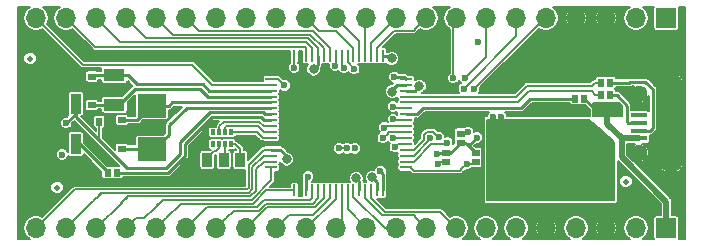
<source format=gbr>
G04 #@! TF.GenerationSoftware,KiCad,Pcbnew,5.0.2-bee76a0~70~ubuntu18.04.1*
G04 #@! TF.CreationDate,2019-01-15T20:31:34+13:00*
G04 #@! TF.ProjectId,pynano-1,70796e61-6e6f-42d3-912e-6b696361645f,rev?*
G04 #@! TF.SameCoordinates,Original*
G04 #@! TF.FileFunction,Copper,L1,Top*
G04 #@! TF.FilePolarity,Positive*
%FSLAX46Y46*%
G04 Gerber Fmt 4.6, Leading zero omitted, Abs format (unit mm)*
G04 Created by KiCad (PCBNEW 5.0.2-bee76a0~70~ubuntu18.04.1) date Tue 15 Jan 2019 08:31:34 PM NZDT*
%MOMM*%
%LPD*%
G01*
G04 APERTURE LIST*
G04 #@! TA.AperFunction,BGAPad,CuDef*
%ADD10C,0.500000*%
G04 #@! TD*
G04 #@! TA.AperFunction,ComponentPad*
%ADD11R,1.700000X1.700000*%
G04 #@! TD*
G04 #@! TA.AperFunction,ComponentPad*
%ADD12O,1.700000X1.700000*%
G04 #@! TD*
G04 #@! TA.AperFunction,SMDPad,CuDef*
%ADD13R,0.650000X0.575000*%
G04 #@! TD*
G04 #@! TA.AperFunction,SMDPad,CuDef*
%ADD14R,0.575000X0.650000*%
G04 #@! TD*
G04 #@! TA.AperFunction,SMDPad,CuDef*
%ADD15R,1.900000X1.500000*%
G04 #@! TD*
G04 #@! TA.AperFunction,ComponentPad*
%ADD16C,1.450000*%
G04 #@! TD*
G04 #@! TA.AperFunction,SMDPad,CuDef*
%ADD17R,1.350000X0.400000*%
G04 #@! TD*
G04 #@! TA.AperFunction,ComponentPad*
%ADD18O,1.900000X1.200000*%
G04 #@! TD*
G04 #@! TA.AperFunction,SMDPad,CuDef*
%ADD19R,1.900000X1.200000*%
G04 #@! TD*
G04 #@! TA.AperFunction,SMDPad,CuDef*
%ADD20R,0.900000X1.700000*%
G04 #@! TD*
G04 #@! TA.AperFunction,SMDPad,CuDef*
%ADD21R,1.000000X0.250000*%
G04 #@! TD*
G04 #@! TA.AperFunction,SMDPad,CuDef*
%ADD22R,0.250000X1.000000*%
G04 #@! TD*
G04 #@! TA.AperFunction,SMDPad,CuDef*
%ADD23R,2.400000X2.000000*%
G04 #@! TD*
G04 #@! TA.AperFunction,SMDPad,CuDef*
%ADD24R,1.800000X1.000000*%
G04 #@! TD*
G04 #@! TA.AperFunction,SMDPad,CuDef*
%ADD25R,0.870000X1.220000*%
G04 #@! TD*
G04 #@! TA.AperFunction,SMDPad,CuDef*
%ADD26R,0.400000X0.500000*%
G04 #@! TD*
G04 #@! TA.AperFunction,SMDPad,CuDef*
%ADD27R,0.300000X0.500000*%
G04 #@! TD*
G04 #@! TA.AperFunction,ViaPad*
%ADD28C,0.800000*%
G04 #@! TD*
G04 #@! TA.AperFunction,ViaPad*
%ADD29C,0.600000*%
G04 #@! TD*
G04 #@! TA.AperFunction,Conductor*
%ADD30C,0.254000*%
G04 #@! TD*
G04 #@! TA.AperFunction,Conductor*
%ADD31C,0.152400*%
G04 #@! TD*
G04 #@! TA.AperFunction,Conductor*
%ADD32C,0.508000*%
G04 #@! TD*
G04 #@! TA.AperFunction,Conductor*
%ADD33C,0.200000*%
G04 #@! TD*
G04 APERTURE END LIST*
D10*
G04 #@! TO.P,REF\002A\002A,~*
G04 #@! TO.N,N/C*
X138938000Y-66421000D03*
G04 #@! TD*
G04 #@! TO.P,REF\002A\002A,~*
G04 #@! TO.N,N/C*
X187071000Y-65913000D03*
G04 #@! TD*
D11*
G04 #@! TO.P,J1,1*
G04 #@! TO.N,+3V3*
X190500000Y-52070000D03*
D12*
G04 #@! TO.P,J1,2*
X187960000Y-52070000D03*
G04 #@! TO.P,J1,3*
G04 #@! TO.N,GND*
X185420000Y-52070000D03*
G04 #@! TO.P,J1,4*
X182880000Y-52070000D03*
G04 #@! TO.P,J1,5*
G04 #@! TO.N,/PC8*
X180340000Y-52070000D03*
G04 #@! TO.P,J1,6*
G04 #@! TO.N,/PC9*
X177800000Y-52070000D03*
G04 #@! TO.P,J1,7*
G04 #@! TO.N,/PA8*
X175260000Y-52070000D03*
G04 #@! TO.P,J1,8*
G04 #@! TO.N,/PA10*
X172720000Y-52070000D03*
G04 #@! TO.P,J1,9*
G04 #@! TO.N,/PA15*
X170180000Y-52070000D03*
G04 #@! TO.P,J1,10*
G04 #@! TO.N,/PC10*
X167640000Y-52070000D03*
G04 #@! TO.P,J1,11*
G04 #@! TO.N,/PC11*
X165100000Y-52070000D03*
G04 #@! TO.P,J1,12*
G04 #@! TO.N,/PC12*
X162560000Y-52070000D03*
G04 #@! TO.P,J1,13*
G04 #@! TO.N,/PD2*
X160020000Y-52070000D03*
G04 #@! TO.P,J1,14*
G04 #@! TO.N,/PB3*
X157480000Y-52070000D03*
G04 #@! TO.P,J1,15*
G04 #@! TO.N,/PB4*
X154940000Y-52070000D03*
G04 #@! TO.P,J1,16*
G04 #@! TO.N,/PB5*
X152400000Y-52070000D03*
G04 #@! TO.P,J1,17*
G04 #@! TO.N,/PB6*
X149860000Y-52070000D03*
G04 #@! TO.P,J1,18*
G04 #@! TO.N,/PB7*
X147320000Y-52070000D03*
G04 #@! TO.P,J1,19*
G04 #@! TO.N,/BOOT0*
X144780000Y-52070000D03*
G04 #@! TO.P,J1,20*
G04 #@! TO.N,/PB8*
X142240000Y-52070000D03*
G04 #@! TO.P,J1,21*
G04 #@! TO.N,/PB9*
X139700000Y-52070000D03*
G04 #@! TO.P,J1,22*
G04 #@! TO.N,/PC13*
X137160000Y-52070000D03*
G04 #@! TD*
G04 #@! TO.P,J3,22*
G04 #@! TO.N,/VDDA*
X137160000Y-69850000D03*
G04 #@! TO.P,J3,21*
G04 #@! TO.N,/PA0*
X139700000Y-69850000D03*
G04 #@! TO.P,J3,20*
G04 #@! TO.N,/PA1*
X142240000Y-69850000D03*
G04 #@! TO.P,J3,19*
G04 #@! TO.N,/PA2*
X144780000Y-69850000D03*
G04 #@! TO.P,J3,18*
G04 #@! TO.N,/PA3*
X147320000Y-69850000D03*
G04 #@! TO.P,J3,17*
G04 #@! TO.N,/PA4*
X149860000Y-69850000D03*
G04 #@! TO.P,J3,16*
G04 #@! TO.N,/PA5*
X152400000Y-69850000D03*
G04 #@! TO.P,J3,15*
G04 #@! TO.N,/PA6*
X154940000Y-69850000D03*
G04 #@! TO.P,J3,14*
G04 #@! TO.N,/PA7*
X157480000Y-69850000D03*
G04 #@! TO.P,J3,13*
G04 #@! TO.N,/PC4*
X160020000Y-69850000D03*
G04 #@! TO.P,J3,12*
G04 #@! TO.N,/PC5*
X162560000Y-69850000D03*
G04 #@! TO.P,J3,11*
G04 #@! TO.N,/PB0*
X165100000Y-69850000D03*
G04 #@! TO.P,J3,10*
G04 #@! TO.N,/PB1*
X167640000Y-69850000D03*
G04 #@! TO.P,J3,9*
G04 #@! TO.N,/PB10*
X170180000Y-69850000D03*
G04 #@! TO.P,J3,8*
G04 #@! TO.N,/PB11*
X172720000Y-69850000D03*
G04 #@! TO.P,J3,7*
G04 #@! TO.N,/PC6*
X175260000Y-69850000D03*
G04 #@! TO.P,J3,6*
G04 #@! TO.N,/PC7*
X177800000Y-69850000D03*
G04 #@! TO.P,J3,5*
G04 #@! TO.N,GND*
X180340000Y-69850000D03*
G04 #@! TO.P,J3,4*
G04 #@! TO.N,+3V3*
X182880000Y-69850000D03*
G04 #@! TO.P,J3,3*
G04 #@! TO.N,GND*
X185420000Y-69850000D03*
G04 #@! TO.P,J3,2*
G04 #@! TO.N,+5V*
X187960000Y-69850000D03*
D11*
G04 #@! TO.P,J3,1*
G04 #@! TO.N,VBUS*
X190500000Y-69850000D03*
G04 #@! TD*
D13*
G04 #@! TO.P,C4,1*
G04 #@! TO.N,Net-(C4-Pad1)*
X144399000Y-60699500D03*
G04 #@! TO.P,C4,2*
G04 #@! TO.N,GND*
X144399000Y-61474500D03*
G04 #@! TD*
G04 #@! TO.P,C5,1*
G04 #@! TO.N,Net-(C5-Pad1)*
X141859000Y-57016500D03*
G04 #@! TO.P,C5,2*
G04 #@! TO.N,GND*
X141859000Y-57791500D03*
G04 #@! TD*
G04 #@! TO.P,C7,2*
G04 #@! TO.N,GND*
X144399000Y-62350500D03*
G04 #@! TO.P,C7,1*
G04 #@! TO.N,Net-(C7-Pad1)*
X144399000Y-63125500D03*
G04 #@! TD*
G04 #@! TO.P,C8,2*
G04 #@! TO.N,GND*
X141859000Y-58667500D03*
G04 #@! TO.P,C8,1*
G04 #@! TO.N,Net-(C8-Pad1)*
X141859000Y-59442500D03*
G04 #@! TD*
D14*
G04 #@! TO.P,C10,2*
G04 #@! TO.N,GND*
X143262500Y-60833000D03*
G04 #@! TO.P,C10,1*
G04 #@! TO.N,/nRST*
X142487500Y-60833000D03*
G04 #@! TD*
D15*
G04 #@! TO.P,J2,6*
G04 #@! TO.N,GND*
X190924700Y-59960000D03*
D16*
X188224700Y-63460000D03*
D17*
G04 #@! TO.P,J2,2*
G04 #@! TO.N,/USB_D-*
X188224700Y-61610000D03*
G04 #@! TO.P,J2,1*
G04 #@! TO.N,VBUS*
X188224700Y-62260000D03*
G04 #@! TO.P,J2,5*
G04 #@! TO.N,GND*
X188224700Y-59660000D03*
G04 #@! TO.P,J2,4*
G04 #@! TO.N,Net-(J2-Pad4)*
X188224700Y-60310000D03*
G04 #@! TO.P,J2,3*
G04 #@! TO.N,/USB_D+*
X188224700Y-60960000D03*
D16*
G04 #@! TO.P,J2,6*
G04 #@! TO.N,GND*
X188224700Y-58460000D03*
D15*
X190924700Y-61960000D03*
D18*
X190924700Y-64460000D03*
X190924700Y-57460000D03*
D19*
X190924700Y-58060000D03*
X190924700Y-63860000D03*
G04 #@! TD*
D14*
G04 #@! TO.P,R4,1*
G04 #@! TO.N,/USB_D+*
X185756700Y-58572400D03*
G04 #@! TO.P,R4,2*
G04 #@! TO.N,/USB_OTG_FS_D+*
X184981700Y-58572400D03*
G04 #@! TD*
G04 #@! TO.P,R5,2*
G04 #@! TO.N,/USB_OTG_FS_D-*
X184981700Y-57531000D03*
G04 #@! TO.P,R5,1*
G04 #@! TO.N,/USB_D-*
X185756700Y-57531000D03*
G04 #@! TD*
G04 #@! TO.P,R6,2*
G04 #@! TO.N,Net-(R6-Pad2)*
X182797300Y-58877200D03*
G04 #@! TO.P,R6,1*
G04 #@! TO.N,VBUS*
X183572300Y-58877200D03*
G04 #@! TD*
D20*
G04 #@! TO.P,SW1,1*
G04 #@! TO.N,GND*
X137111000Y-59309000D03*
G04 #@! TO.P,SW1,2*
G04 #@! TO.N,/nRST*
X140511000Y-59309000D03*
G04 #@! TD*
G04 #@! TO.P,SW2,2*
G04 #@! TO.N,Net-(R11-Pad1)*
X140511000Y-62738000D03*
G04 #@! TO.P,SW2,1*
G04 #@! TO.N,GND*
X137111000Y-62738000D03*
G04 #@! TD*
D21*
G04 #@! TO.P,U2,1*
G04 #@! TO.N,+3V3*
X157063200Y-57210000D03*
G04 #@! TO.P,U2,2*
G04 #@! TO.N,/PC13*
X157063200Y-57710000D03*
G04 #@! TO.P,U2,3*
G04 #@! TO.N,Net-(C5-Pad1)*
X157063200Y-58210000D03*
G04 #@! TO.P,U2,4*
G04 #@! TO.N,Net-(C8-Pad1)*
X157063200Y-58710000D03*
G04 #@! TO.P,U2,5*
G04 #@! TO.N,Net-(C4-Pad1)*
X157063200Y-59210000D03*
G04 #@! TO.P,U2,6*
G04 #@! TO.N,Net-(C7-Pad1)*
X157063200Y-59710000D03*
G04 #@! TO.P,U2,7*
G04 #@! TO.N,/nRST*
X157063200Y-60210000D03*
G04 #@! TO.P,U2,8*
G04 #@! TO.N,/USR_SW*
X157063200Y-60710000D03*
G04 #@! TO.P,U2,9*
G04 #@! TO.N,/LED1*
X157063200Y-61210000D03*
G04 #@! TO.P,U2,10*
G04 #@! TO.N,/LED2*
X157063200Y-61710000D03*
G04 #@! TO.P,U2,11*
G04 #@! TO.N,/LED3*
X157063200Y-62210000D03*
G04 #@! TO.P,U2,12*
G04 #@! TO.N,GND*
X157063200Y-62710000D03*
G04 #@! TO.P,U2,13*
G04 #@! TO.N,/VDDA*
X157063200Y-63210000D03*
G04 #@! TO.P,U2,14*
G04 #@! TO.N,/PA0*
X157063200Y-63710000D03*
G04 #@! TO.P,U2,15*
G04 #@! TO.N,/PA1*
X157063200Y-64210000D03*
G04 #@! TO.P,U2,16*
G04 #@! TO.N,/PA2*
X157063200Y-64710000D03*
D22*
G04 #@! TO.P,U2,17*
G04 #@! TO.N,/PA3*
X159013200Y-66660000D03*
G04 #@! TO.P,U2,18*
G04 #@! TO.N,GND*
X159513200Y-66660000D03*
G04 #@! TO.P,U2,19*
G04 #@! TO.N,+3V3*
X160013200Y-66660000D03*
G04 #@! TO.P,U2,20*
G04 #@! TO.N,/PA4*
X160513200Y-66660000D03*
G04 #@! TO.P,U2,21*
G04 #@! TO.N,/PA5*
X161013200Y-66660000D03*
G04 #@! TO.P,U2,22*
G04 #@! TO.N,/PA6*
X161513200Y-66660000D03*
G04 #@! TO.P,U2,23*
G04 #@! TO.N,/PA7*
X162013200Y-66660000D03*
G04 #@! TO.P,U2,24*
G04 #@! TO.N,/PC4*
X162513200Y-66660000D03*
G04 #@! TO.P,U2,25*
G04 #@! TO.N,/PC5*
X163013200Y-66660000D03*
G04 #@! TO.P,U2,26*
G04 #@! TO.N,/PB0*
X163513200Y-66660000D03*
G04 #@! TO.P,U2,27*
G04 #@! TO.N,/PB1*
X164013200Y-66660000D03*
G04 #@! TO.P,U2,28*
G04 #@! TO.N,/BOOT1*
X164513200Y-66660000D03*
G04 #@! TO.P,U2,29*
G04 #@! TO.N,/PB10*
X165013200Y-66660000D03*
G04 #@! TO.P,U2,30*
G04 #@! TO.N,/PB11*
X165513200Y-66660000D03*
G04 #@! TO.P,U2,31*
G04 #@! TO.N,/VCAP_1*
X166013200Y-66660000D03*
G04 #@! TO.P,U2,32*
G04 #@! TO.N,+3V3*
X166513200Y-66660000D03*
D21*
G04 #@! TO.P,U2,33*
G04 #@! TO.N,/SPI2_NSS*
X168463200Y-64710000D03*
G04 #@! TO.P,U2,34*
G04 #@! TO.N,/SPI2_SCK*
X168463200Y-64210000D03*
G04 #@! TO.P,U2,35*
G04 #@! TO.N,/SPI2_MISO*
X168463200Y-63710000D03*
G04 #@! TO.P,U2,36*
G04 #@! TO.N,/SPI2_MOSI*
X168463200Y-63210000D03*
G04 #@! TO.P,U2,37*
G04 #@! TO.N,/PC6*
X168463200Y-62710000D03*
G04 #@! TO.P,U2,38*
G04 #@! TO.N,/PC7*
X168463200Y-62210000D03*
G04 #@! TO.P,U2,39*
G04 #@! TO.N,/PC8*
X168463200Y-61710000D03*
G04 #@! TO.P,U2,40*
G04 #@! TO.N,/PC9*
X168463200Y-61210000D03*
G04 #@! TO.P,U2,41*
G04 #@! TO.N,/PA8*
X168463200Y-60710000D03*
G04 #@! TO.P,U2,42*
G04 #@! TO.N,Net-(R6-Pad2)*
X168463200Y-60210000D03*
G04 #@! TO.P,U2,43*
G04 #@! TO.N,/PA10*
X168463200Y-59710000D03*
G04 #@! TO.P,U2,44*
G04 #@! TO.N,/USB_OTG_FS_D+*
X168463200Y-59210000D03*
G04 #@! TO.P,U2,45*
G04 #@! TO.N,/USB_OTG_FS_D-*
X168463200Y-58710000D03*
G04 #@! TO.P,U2,46*
G04 #@! TO.N,/SYS_SWDIO*
X168463200Y-58210000D03*
G04 #@! TO.P,U2,47*
G04 #@! TO.N,/VCAP_2*
X168463200Y-57710000D03*
G04 #@! TO.P,U2,48*
G04 #@! TO.N,+3V3*
X168463200Y-57210000D03*
D22*
G04 #@! TO.P,U2,49*
G04 #@! TO.N,/SYS_SWCLK*
X166513200Y-55260000D03*
G04 #@! TO.P,U2,50*
G04 #@! TO.N,/PA15*
X166013200Y-55260000D03*
G04 #@! TO.P,U2,51*
G04 #@! TO.N,/PC10*
X165513200Y-55260000D03*
G04 #@! TO.P,U2,52*
G04 #@! TO.N,/PC11*
X165013200Y-55260000D03*
G04 #@! TO.P,U2,53*
G04 #@! TO.N,/PC12*
X164513200Y-55260000D03*
G04 #@! TO.P,U2,54*
G04 #@! TO.N,/PD2*
X164013200Y-55260000D03*
G04 #@! TO.P,U2,55*
G04 #@! TO.N,/PB3*
X163513200Y-55260000D03*
G04 #@! TO.P,U2,56*
G04 #@! TO.N,/PB4*
X163013200Y-55260000D03*
G04 #@! TO.P,U2,57*
G04 #@! TO.N,/PB5*
X162513200Y-55260000D03*
G04 #@! TO.P,U2,58*
G04 #@! TO.N,/PB6*
X162013200Y-55260000D03*
G04 #@! TO.P,U2,59*
G04 #@! TO.N,/PB7*
X161513200Y-55260000D03*
G04 #@! TO.P,U2,60*
G04 #@! TO.N,/BOOT0*
X161013200Y-55260000D03*
G04 #@! TO.P,U2,61*
G04 #@! TO.N,/PB8*
X160513200Y-55260000D03*
G04 #@! TO.P,U2,62*
G04 #@! TO.N,/PB9*
X160013200Y-55260000D03*
G04 #@! TO.P,U2,63*
G04 #@! TO.N,GND*
X159513200Y-55260000D03*
G04 #@! TO.P,U2,64*
G04 #@! TO.N,+3V3*
X159013200Y-55260000D03*
G04 #@! TD*
D23*
G04 #@! TO.P,Y1,1*
G04 #@! TO.N,Net-(C4-Pad1)*
X146939000Y-59491000D03*
G04 #@! TO.P,Y1,2*
G04 #@! TO.N,Net-(C7-Pad1)*
X146939000Y-63191000D03*
G04 #@! TD*
D24*
G04 #@! TO.P,Y2,1*
G04 #@! TO.N,Net-(C5-Pad1)*
X143764000Y-56916000D03*
G04 #@! TO.P,Y2,2*
G04 #@! TO.N,Net-(C8-Pad1)*
X143764000Y-59416000D03*
G04 #@! TD*
D25*
G04 #@! TO.P,D2,2*
G04 #@! TO.N,Net-(D2-Pad2)*
X153035000Y-64097000D03*
G04 #@! TO.P,D2,1*
G04 #@! TO.N,GND*
X153035000Y-65697000D03*
G04 #@! TD*
G04 #@! TO.P,D3,1*
G04 #@! TO.N,GND*
X151638000Y-65697000D03*
G04 #@! TO.P,D3,2*
G04 #@! TO.N,Net-(D3-Pad2)*
X151638000Y-64097000D03*
G04 #@! TD*
G04 #@! TO.P,D4,1*
G04 #@! TO.N,GND*
X154432000Y-65697000D03*
G04 #@! TO.P,D4,2*
G04 #@! TO.N,Net-(D4-Pad2)*
X154432000Y-64097000D03*
G04 #@! TD*
D26*
G04 #@! TO.P,RN1,1*
G04 #@! TO.N,Net-(RN1-Pad1)*
X152158000Y-62730000D03*
D27*
G04 #@! TO.P,RN1,3*
G04 #@! TO.N,Net-(D2-Pad2)*
X153158000Y-62730000D03*
G04 #@! TO.P,RN1,2*
G04 #@! TO.N,Net-(D3-Pad2)*
X152658000Y-62730000D03*
D26*
G04 #@! TO.P,RN1,4*
G04 #@! TO.N,Net-(D4-Pad2)*
X153658000Y-62730000D03*
D27*
G04 #@! TO.P,RN1,7*
G04 #@! TO.N,/LED1*
X152658000Y-61730000D03*
D26*
G04 #@! TO.P,RN1,8*
G04 #@! TO.N,Net-(RN1-Pad8)*
X152158000Y-61730000D03*
D27*
G04 #@! TO.P,RN1,6*
G04 #@! TO.N,/LED2*
X153158000Y-61730000D03*
D26*
G04 #@! TO.P,RN1,5*
G04 #@! TO.N,/LED3*
X153658000Y-61730000D03*
G04 #@! TD*
D13*
G04 #@! TO.P,R7,1*
G04 #@! TO.N,+3V3*
X174371000Y-63493500D03*
G04 #@! TO.P,R7,2*
G04 #@! TO.N,/SPI2_NSS*
X174371000Y-64268500D03*
G04 #@! TD*
G04 #@! TO.P,R8,2*
G04 #@! TO.N,Net-(R8-Pad2)*
X173101000Y-61842500D03*
G04 #@! TO.P,R8,1*
G04 #@! TO.N,+3V3*
X173101000Y-62617500D03*
G04 #@! TD*
G04 #@! TO.P,R9,1*
G04 #@! TO.N,+3V3*
X171831000Y-63493500D03*
G04 #@! TO.P,R9,2*
G04 #@! TO.N,Net-(R9-Pad2)*
X171831000Y-64268500D03*
G04 #@! TD*
D10*
G04 #@! TO.P,REF\002A\002A,~*
G04 #@! TO.N,N/C*
X136652000Y-55499000D03*
G04 #@! TD*
D14*
G04 #@! TO.P,R11,1*
G04 #@! TO.N,Net-(R11-Pad1)*
X143198700Y-65151000D03*
G04 #@! TO.P,R11,2*
G04 #@! TO.N,/USR_SW*
X143973700Y-65151000D03*
G04 #@! TD*
D28*
G04 #@! TO.N,GND*
X158877000Y-65278000D03*
X158496000Y-61976000D03*
X160393353Y-57303767D03*
X162941000Y-57785000D03*
X163957000Y-57785000D03*
X165569811Y-57443598D03*
D29*
X165735000Y-61722000D03*
X164973000Y-61722000D03*
X166878000Y-63627000D03*
X182626000Y-59817000D03*
X183286400Y-59817000D03*
G04 #@! TO.N,+3V3*
X162814000Y-63093600D03*
X163474400Y-63093600D03*
X164134800Y-63093600D03*
X167487600Y-57048400D03*
X166299000Y-65030500D03*
X160172400Y-65481200D03*
X171094400Y-63601600D03*
X174447200Y-62179200D03*
X175869600Y-61214000D03*
X176530000Y-61214000D03*
X179882800Y-62890400D03*
X179882800Y-63601600D03*
X179882800Y-64312800D03*
X179882800Y-65024000D03*
X180594000Y-62890400D03*
X180594000Y-63601600D03*
X180594000Y-64312800D03*
X180594000Y-65024000D03*
X175869600Y-60452000D03*
X176530000Y-60452000D03*
X180594000Y-62179200D03*
X179882800Y-62179200D03*
X179882800Y-65735200D03*
X180594000Y-65735200D03*
X159004000Y-56261000D03*
X158165800Y-57759600D03*
X174599600Y-54127400D03*
X139344400Y-63627000D03*
G04 #@! TO.N,/nRST*
X139700000Y-60960000D03*
D28*
G04 #@! TO.N,/VCAP_1*
X165608000Y-65532000D03*
G04 #@! TO.N,/VCAP_2*
X167299544Y-58286610D03*
G04 #@! TO.N,/VDDA*
X158369000Y-64008000D03*
G04 #@! TO.N,VBUS*
X184962800Y-59791600D03*
X186080400Y-59791600D03*
G04 #@! TO.N,/BOOT0*
X160655000Y-56388000D03*
G04 #@! TO.N,/BOOT1*
X164243745Y-65617775D03*
G04 #@! TO.N,/SYS_SWDIO*
X169586863Y-57826863D03*
G04 #@! TO.N,/SYS_SWCLK*
X167259962Y-55485189D03*
D29*
G04 #@! TO.N,/PA8*
X173482000Y-57150000D03*
X167383824Y-60634579D03*
G04 #@! TO.N,/SPI2_NSS*
X173609000Y-64389000D03*
G04 #@! TO.N,Net-(R8-Pad2)*
X173736000Y-61722000D03*
G04 #@! TO.N,Net-(R9-Pad2)*
X171196000Y-64389000D03*
G04 #@! TO.N,/SPI2_SCK*
X171958000Y-62611000D03*
G04 #@! TO.N,/SPI2_MISO*
X170492459Y-62218022D03*
G04 #@! TO.N,/SPI2_MOSI*
X171244968Y-62157560D03*
G04 #@! TO.N,/PC6*
X167513037Y-62992220D03*
G04 #@! TO.N,/PC7*
X167386000Y-62250610D03*
G04 #@! TO.N,/PC8*
X166497000Y-62230000D03*
X174244000Y-58039000D03*
G04 #@! TO.N,/PC9*
X173355000Y-58039000D03*
X166644609Y-61342244D03*
G04 #@! TO.N,/PA10*
X167386000Y-59563000D03*
X172466000Y-57150000D03*
G04 #@! TO.N,/PB3*
X164084000Y-56388000D03*
G04 #@! TO.N,/PB4*
X163195000Y-56261000D03*
G04 #@! TO.N,/PB5*
X162458796Y-56105673D03*
G04 #@! TD*
D30*
G04 #@! TO.N,GND*
X159513200Y-66660000D02*
X159513200Y-65914200D01*
X159513200Y-65914200D02*
X158877000Y-65278000D01*
X157063200Y-62710000D02*
X157762000Y-62710000D01*
X157762000Y-62710000D02*
X158496000Y-61976000D01*
X162941000Y-57785000D02*
X163957000Y-57785000D01*
D31*
X165735000Y-61722000D02*
X164973000Y-61722000D01*
X181762400Y-59620300D02*
X182429300Y-59620300D01*
X182429300Y-59620300D02*
X182626000Y-59817000D01*
D30*
X159583402Y-56493816D02*
X159993354Y-56903768D01*
X159993354Y-56903768D02*
X160393353Y-57303767D01*
X159583402Y-55330202D02*
X159583402Y-56493816D01*
X159513200Y-55260000D02*
X159583402Y-55330202D01*
D31*
G04 #@! TO.N,+3V3*
X162814000Y-63093600D02*
X163474400Y-63093600D01*
D30*
X168301600Y-57048400D02*
X168463200Y-57210000D01*
X167487600Y-57048400D02*
X168301600Y-57048400D01*
X166513200Y-66660000D02*
X166513200Y-65244700D01*
X166513200Y-65244700D02*
X166299000Y-65030500D01*
X160013200Y-66660000D02*
X160013200Y-65640400D01*
X160013200Y-65640400D02*
X160172400Y-65481200D01*
X171831000Y-63493500D02*
X171202500Y-63493500D01*
X171202500Y-63493500D02*
X171094400Y-63601600D01*
X172225000Y-63493500D02*
X173101000Y-62617500D01*
X171831000Y-63493500D02*
X172225000Y-63493500D01*
X173101000Y-62617500D02*
X173495000Y-62617500D01*
X173869500Y-62756900D02*
X174447200Y-62179200D01*
X173634400Y-62756900D02*
X173869500Y-62756900D01*
X173495000Y-62617500D02*
X173634400Y-62756900D01*
X173634400Y-62756900D02*
X174371000Y-63493500D01*
D31*
X159013200Y-56251800D02*
X159004000Y-56261000D01*
X159013200Y-55260000D02*
X159013200Y-56251800D01*
X157616200Y-57210000D02*
X157063200Y-57210000D01*
X158165800Y-57759600D02*
X157616200Y-57210000D01*
D30*
G04 #@! TO.N,Net-(C4-Pad1)*
X145730500Y-60699500D02*
X146939000Y-59491000D01*
X144399000Y-60699500D02*
X145730500Y-60699500D01*
X156309200Y-59210000D02*
X157063200Y-59210000D01*
X148674000Y-59210000D02*
X156309200Y-59210000D01*
X146939000Y-59491000D02*
X148393000Y-59491000D01*
X148393000Y-59491000D02*
X148674000Y-59210000D01*
G04 #@! TO.N,Net-(C5-Pad1)*
X144918000Y-56916000D02*
X145660000Y-57658000D01*
X143764000Y-56916000D02*
X144918000Y-56916000D01*
X151809000Y-58210000D02*
X157063200Y-58210000D01*
X151257000Y-57658000D02*
X151809000Y-58210000D01*
X141959500Y-56916000D02*
X141859000Y-57016500D01*
X143764000Y-56916000D02*
X141959500Y-56916000D01*
X148590000Y-57658000D02*
X151257000Y-57658000D01*
X145660000Y-57658000D02*
X148590000Y-57658000D01*
X148590000Y-57658000D02*
X148717000Y-57658000D01*
G04 #@! TO.N,Net-(C7-Pad1)*
X146873500Y-63125500D02*
X146939000Y-63191000D01*
X144399000Y-63125500D02*
X146873500Y-63125500D01*
X148393000Y-61157000D02*
X149910822Y-59639178D01*
X149910822Y-59639178D02*
X156992378Y-59639178D01*
X156992378Y-59639178D02*
X157063200Y-59710000D01*
X148393000Y-61937000D02*
X148393000Y-61157000D01*
X147139000Y-63191000D02*
X148393000Y-61937000D01*
X146939000Y-63191000D02*
X147139000Y-63191000D01*
G04 #@! TO.N,Net-(C8-Pad1)*
X143737500Y-59442500D02*
X143764000Y-59416000D01*
X141859000Y-59442500D02*
X143737500Y-59442500D01*
X156309200Y-58710000D02*
X157063200Y-58710000D01*
X151028411Y-58064411D02*
X151674000Y-58710000D01*
X151674000Y-58710000D02*
X156309200Y-58710000D01*
X143764000Y-59416000D02*
X144164000Y-59416000D01*
X145515589Y-58064411D02*
X151028411Y-58064411D01*
X144164000Y-59416000D02*
X145515589Y-58064411D01*
G04 #@! TO.N,/nRST*
X148167661Y-64744589D02*
X144842589Y-64744589D01*
X157063200Y-60210000D02*
X156488460Y-60210000D01*
X156488460Y-60210000D02*
X156324049Y-60045589D01*
X149326589Y-63585661D02*
X148167661Y-64744589D01*
X140511000Y-60413000D02*
X140511000Y-59309000D01*
X156324049Y-60045589D02*
X151850660Y-60045589D01*
X151850660Y-60045589D02*
X149326589Y-62569660D01*
X149326589Y-62569660D02*
X149326589Y-63585661D01*
D31*
X142487500Y-61310400D02*
X142494000Y-61316900D01*
X142487500Y-60833000D02*
X142487500Y-61310400D01*
X142494000Y-61316900D02*
X142494000Y-62396000D01*
D30*
X144842589Y-64744589D02*
X142494000Y-62396000D01*
X142494000Y-62396000D02*
X140511000Y-60413000D01*
X140511000Y-59309000D02*
X140511000Y-60149000D01*
X140511000Y-60149000D02*
X139700000Y-60960000D01*
G04 #@! TO.N,/VCAP_1*
X166013200Y-65937200D02*
X165608000Y-65532000D01*
X166013200Y-66660000D02*
X166013200Y-65937200D01*
G04 #@! TO.N,/VCAP_2*
X167299544Y-58119656D02*
X167299544Y-58286610D01*
X167709200Y-57710000D02*
X167299544Y-58119656D01*
X168463200Y-57710000D02*
X167709200Y-57710000D01*
G04 #@! TO.N,/VDDA*
X158369000Y-63761800D02*
X158369000Y-64008000D01*
X157063200Y-63210000D02*
X157817200Y-63210000D01*
X157817200Y-63210000D02*
X158369000Y-63761800D01*
D31*
X138009999Y-69000001D02*
X137160000Y-69850000D01*
X157063200Y-63210000D02*
X156410800Y-63210000D01*
X155020655Y-66547945D02*
X140462055Y-66547945D01*
X156410800Y-63210000D02*
X155143186Y-64477614D01*
X155143186Y-64477614D02*
X155143186Y-66425414D01*
X140462055Y-66547945D02*
X138009999Y-69000001D01*
X155143186Y-66425414D02*
X155020655Y-66547945D01*
D32*
G04 #@! TO.N,VBUS*
X186715400Y-62268800D02*
X186715400Y-63830200D01*
X190500000Y-67614800D02*
X190500000Y-69850000D01*
X186715400Y-63830200D02*
X190500000Y-67614800D01*
X185521600Y-60350400D02*
X184962800Y-59791600D01*
X185521600Y-61010800D02*
X185521600Y-60350400D01*
X186080400Y-59791600D02*
X185521600Y-60350400D01*
X186724200Y-62260000D02*
X186715400Y-62268800D01*
X188224700Y-62260000D02*
X186724200Y-62260000D01*
X186724200Y-62213400D02*
X185521600Y-61010800D01*
X186724200Y-62260000D02*
X186724200Y-62213400D01*
D30*
X184486700Y-59791600D02*
X183572300Y-58877200D01*
X184962800Y-59791600D02*
X184486700Y-59791600D01*
G04 #@! TO.N,/USB_D-*
X189153700Y-61610000D02*
X188224700Y-61610000D01*
X188706813Y-57455599D02*
X189357000Y-58105786D01*
X189357000Y-58105786D02*
X189357000Y-61406700D01*
X189357000Y-61406700D02*
X189153700Y-61610000D01*
X187376599Y-57531000D02*
X185756700Y-57531000D01*
X187452000Y-57455599D02*
X187376599Y-57531000D01*
X187452000Y-57455599D02*
X188706813Y-57455599D01*
G04 #@! TO.N,/USB_D+*
X186298200Y-58572400D02*
X185756700Y-58572400D01*
X187198000Y-59472200D02*
X186298200Y-58572400D01*
X187198000Y-60862300D02*
X187198000Y-59472200D01*
X187295700Y-60960000D02*
X187198000Y-60862300D01*
X188224700Y-60960000D02*
X187295700Y-60960000D01*
G04 #@! TO.N,/BOOT0*
X161013200Y-55260000D02*
X161013200Y-56029800D01*
X161013200Y-56029800D02*
X160655000Y-56388000D01*
D31*
X146481811Y-53771811D02*
X145629999Y-52919999D01*
X160177411Y-53771811D02*
X146481811Y-53771811D01*
X161013200Y-54607600D02*
X160177411Y-53771811D01*
X161013200Y-55260000D02*
X161013200Y-54607600D01*
X145629999Y-52919999D02*
X144780000Y-52070000D01*
D30*
G04 #@! TO.N,/BOOT1*
X164513200Y-66660000D02*
X164513200Y-65887230D01*
X164513200Y-65887230D02*
X164243745Y-65617775D01*
D33*
G04 #@! TO.N,/USB_OTG_FS_D+*
X169238201Y-59185000D02*
X177988200Y-59185000D01*
X168463200Y-59210000D02*
X169213201Y-59210000D01*
X169213201Y-59210000D02*
X169238201Y-59185000D01*
X184494199Y-58572400D02*
X184981700Y-58572400D01*
X184198499Y-58276700D02*
X184494199Y-58572400D01*
X177988200Y-59185000D02*
X178896500Y-58276700D01*
X178896500Y-58276700D02*
X184198499Y-58276700D01*
G04 #@! TO.N,/USB_OTG_FS_D-*
X169238201Y-58735000D02*
X177801800Y-58735000D01*
X168463200Y-58710000D02*
X169213201Y-58710000D01*
X169213201Y-58710000D02*
X169238201Y-58735000D01*
X178710100Y-57826700D02*
X184198499Y-57826700D01*
X177801800Y-58735000D02*
X178710100Y-57826700D01*
X184494199Y-57531000D02*
X184981700Y-57531000D01*
X184198499Y-57826700D02*
X184494199Y-57531000D01*
D30*
G04 #@! TO.N,/USR_SW*
X157063200Y-60710000D02*
X156413709Y-60710000D01*
X156413709Y-60710000D02*
X156155709Y-60452000D01*
X149733000Y-62738000D02*
X149733000Y-63754000D01*
X152019000Y-60452000D02*
X149733000Y-62738000D01*
X149733000Y-63754000D02*
X148336000Y-65151000D01*
X156155709Y-60452000D02*
X152019000Y-60452000D01*
X144805400Y-65151000D02*
X143973700Y-65151000D01*
X148336000Y-65151000D02*
X144805400Y-65151000D01*
X144805400Y-65151000D02*
X144653000Y-65151000D01*
G04 #@! TO.N,/SYS_SWDIO*
X169217200Y-58210000D02*
X169586863Y-57840337D01*
X168463200Y-58210000D02*
X169217200Y-58210000D01*
X169586863Y-57840337D02*
X169586863Y-57826863D01*
G04 #@! TO.N,/SYS_SWCLK*
X166513200Y-55260000D02*
X167034773Y-55260000D01*
X167034773Y-55260000D02*
X167259962Y-55485189D01*
D31*
G04 #@! TO.N,/LED1*
X157063200Y-61210000D02*
X156410800Y-61210000D01*
X156410800Y-61210000D02*
X156033800Y-60833000D01*
X156033800Y-60833000D02*
X153035000Y-60833000D01*
X152658000Y-61210000D02*
X152658000Y-61730000D01*
X153035000Y-60833000D02*
X152658000Y-61210000D01*
G04 #@! TO.N,/LED2*
X153158000Y-61327600D02*
X153158000Y-61730000D01*
X153271600Y-61214000D02*
X153158000Y-61327600D01*
X155914800Y-61214000D02*
X153271600Y-61214000D01*
X156410800Y-61710000D02*
X155914800Y-61214000D01*
X157063200Y-61710000D02*
X156410800Y-61710000D01*
G04 #@! TO.N,/LED3*
X157063200Y-62210000D02*
X156317000Y-62210000D01*
X155837000Y-61730000D02*
X153658000Y-61730000D01*
X156317000Y-62210000D02*
X155837000Y-61730000D01*
G04 #@! TO.N,Net-(D2-Pad2)*
X153158000Y-63974000D02*
X153035000Y-64097000D01*
X153158000Y-62730000D02*
X153158000Y-63974000D01*
G04 #@! TO.N,Net-(D3-Pad2)*
X151638000Y-63922000D02*
X151638000Y-64097000D01*
X152225400Y-63334600D02*
X151638000Y-63922000D01*
X152658000Y-63077000D02*
X152400400Y-63334600D01*
X152400400Y-63334600D02*
X152225400Y-63334600D01*
X152658000Y-62730000D02*
X152658000Y-63077000D01*
G04 #@! TO.N,Net-(D4-Pad2)*
X154432000Y-63151600D02*
X154432000Y-63334600D01*
X154010400Y-62730000D02*
X154432000Y-63151600D01*
X154432000Y-63334600D02*
X154432000Y-64097000D01*
X153658000Y-62730000D02*
X154010400Y-62730000D01*
G04 #@! TO.N,/PA0*
X140549999Y-69000001D02*
X139700000Y-69850000D01*
X142595622Y-66954378D02*
X142367000Y-67183000D01*
X155447998Y-64741735D02*
X155447998Y-65049383D01*
X155448000Y-64672800D02*
X155447998Y-64741735D01*
X155447996Y-66551670D02*
X155146910Y-66852756D01*
X155447998Y-65049383D02*
X155447996Y-66551670D01*
X156410800Y-63710000D02*
X155448000Y-64672800D01*
X157063200Y-63710000D02*
X156410800Y-63710000D01*
X142697244Y-66852756D02*
X141986000Y-67564000D01*
X152400000Y-66852756D02*
X142697244Y-66852756D01*
X141986000Y-67564000D02*
X140549999Y-69000001D01*
X142367000Y-67183000D02*
X141986000Y-67564000D01*
X155146910Y-66852756D02*
X152400000Y-66852756D01*
X152400000Y-66852756D02*
X144806177Y-66852756D01*
X142646433Y-66903567D02*
X142367000Y-67183000D01*
G04 #@! TO.N,/PA1*
X143089999Y-69000001D02*
X142240000Y-69850000D01*
X143637000Y-68453000D02*
X143089999Y-69000001D01*
X144780000Y-67310000D02*
X143637000Y-68453000D01*
X144830811Y-67259189D02*
X144526000Y-67564000D01*
X144881622Y-67208378D02*
X144526000Y-67564000D01*
X155273165Y-67157567D02*
X144932433Y-67157567D01*
X155752806Y-66677926D02*
X155273165Y-67157567D01*
X155752809Y-64923126D02*
X155752806Y-66677926D01*
X157063200Y-64210000D02*
X156410800Y-64210000D01*
X144145000Y-67945000D02*
X143637000Y-68453000D01*
X144932433Y-67157567D02*
X144145000Y-67945000D01*
X144526000Y-67564000D02*
X144145000Y-67945000D01*
X156410800Y-64210000D02*
X155752809Y-64867991D01*
X155752809Y-64867991D02*
X155752809Y-64923126D01*
G04 #@! TO.N,/PA2*
X145629999Y-69000001D02*
X144780000Y-69850000D01*
X146315065Y-69000001D02*
X145629999Y-69000001D01*
X157063200Y-65798600D02*
X155399422Y-67462378D01*
X157063200Y-64710000D02*
X157063200Y-65798600D01*
X147801878Y-67513188D02*
X147193000Y-68122066D01*
X147193000Y-68122066D02*
X146315065Y-69000001D01*
X147852688Y-67462378D02*
X147320000Y-67995066D01*
X147320000Y-67995066D02*
X147193000Y-68122066D01*
X147700257Y-67614809D02*
X147320000Y-67995066D01*
X151892000Y-67462378D02*
X147852688Y-67462378D01*
X155399422Y-67462378D02*
X151892000Y-67462378D01*
X151892000Y-67462378D02*
X151385487Y-67462378D01*
G04 #@! TO.N,/PA3*
X148169999Y-69000001D02*
X147320000Y-69850000D01*
X149402811Y-67767189D02*
X148169999Y-69000001D01*
X155525678Y-67767189D02*
X149402811Y-67767189D01*
X156632866Y-66660000D02*
X155525678Y-67767189D01*
X159013200Y-66660000D02*
X156632866Y-66660000D01*
G04 #@! TO.N,/PA4*
X150709999Y-69000001D02*
X149860000Y-69850000D01*
X156465488Y-67462378D02*
X155855867Y-68071999D01*
X151638000Y-68072000D02*
X150709999Y-69000001D01*
X155855867Y-68071999D02*
X151638000Y-68072000D01*
X160513200Y-66660000D02*
X160513200Y-67312400D01*
X160363222Y-67462378D02*
X156465488Y-67462378D01*
X160513200Y-67312400D02*
X160363222Y-67462378D01*
G04 #@! TO.N,/PA5*
X161013200Y-66660000D02*
X161013200Y-67312400D01*
X161013200Y-67312400D02*
X160558411Y-67767189D01*
X153249999Y-69000001D02*
X152400000Y-69850000D01*
X160558411Y-67767189D02*
X156591744Y-67767189D01*
X153873190Y-68376810D02*
X153249999Y-69000001D01*
X156591744Y-67767189D02*
X155982124Y-68376810D01*
X155982124Y-68376810D02*
X153873190Y-68376810D01*
G04 #@! TO.N,/PA6*
X161513200Y-67312400D02*
X160753600Y-68072000D01*
X161513200Y-66660000D02*
X161513200Y-67312400D01*
X156718000Y-68072000D02*
X154940000Y-69850000D01*
X160753600Y-68072000D02*
X156718000Y-68072000D01*
G04 #@! TO.N,/PA7*
X158558601Y-68771399D02*
X158329999Y-69000001D01*
X160554201Y-68771399D02*
X158558601Y-68771399D01*
X162013200Y-67312400D02*
X160554201Y-68771399D01*
X158329999Y-69000001D02*
X157480000Y-69850000D01*
X162013200Y-66660000D02*
X162013200Y-67312400D01*
G04 #@! TO.N,/PA8*
X175260000Y-55372000D02*
X175260000Y-52070000D01*
X173482000Y-57150000D02*
X175260000Y-55372000D01*
X168463200Y-60710000D02*
X167459245Y-60710000D01*
X167459245Y-60710000D02*
X167383824Y-60634579D01*
G04 #@! TO.N,/PC4*
X162513200Y-67356800D02*
X160020000Y-69850000D01*
X162513200Y-66660000D02*
X162513200Y-67356800D01*
G04 #@! TO.N,/PC5*
X163013200Y-69396800D02*
X162560000Y-69850000D01*
X163013200Y-66660000D02*
X163013200Y-69396800D01*
G04 #@! TO.N,/PB0*
X163513200Y-68263200D02*
X165100000Y-69850000D01*
X163513200Y-66660000D02*
X163513200Y-68263200D01*
G04 #@! TO.N,/PB1*
X164013200Y-67196482D02*
X166666718Y-69850000D01*
X166666718Y-69850000D02*
X167640000Y-69850000D01*
X164013200Y-66660000D02*
X164013200Y-67196482D01*
G04 #@! TO.N,/PB10*
X166472199Y-68771399D02*
X169101399Y-68771399D01*
X169330001Y-69000001D02*
X170180000Y-69850000D01*
X165013200Y-67312400D02*
X166472199Y-68771399D01*
X165013200Y-66660000D02*
X165013200Y-67312400D01*
X169101399Y-68771399D02*
X169330001Y-69000001D01*
G04 #@! TO.N,/PB11*
X165513200Y-67312400D02*
X166653800Y-68453000D01*
X165513200Y-66660000D02*
X165513200Y-67312400D01*
X171323000Y-68453000D02*
X172720000Y-69850000D01*
X166653800Y-68453000D02*
X171323000Y-68453000D01*
G04 #@! TO.N,/SPI2_NSS*
X173213399Y-64784601D02*
X173609000Y-64389000D01*
X173010600Y-64987400D02*
X173213399Y-64784601D01*
X169115600Y-64987400D02*
X173010600Y-64987400D01*
X168463200Y-64710000D02*
X168838200Y-64710000D01*
X168838200Y-64710000D02*
X169115600Y-64987400D01*
X174250500Y-64389000D02*
X174371000Y-64268500D01*
X173609000Y-64389000D02*
X174250500Y-64389000D01*
G04 #@! TO.N,Net-(R8-Pad2)*
X173221500Y-61722000D02*
X173101000Y-61842500D01*
X173736000Y-61722000D02*
X173221500Y-61722000D01*
G04 #@! TO.N,Net-(R9-Pad2)*
X171831000Y-64268500D02*
X171316500Y-64268500D01*
X171316500Y-64268500D02*
X171196000Y-64389000D01*
G04 #@! TO.N,/SPI2_SCK*
X169115600Y-64210000D02*
X170587600Y-62738000D01*
X168463200Y-64210000D02*
X169115600Y-64210000D01*
X170587600Y-62738000D02*
X171831000Y-62738000D01*
X171831000Y-62738000D02*
X171958000Y-62611000D01*
G04 #@! TO.N,/SPI2_MISO*
X169115600Y-63710000D02*
X170492459Y-62333141D01*
X170492459Y-62333141D02*
X170492459Y-62218022D01*
X168463200Y-63710000D02*
X169115600Y-63710000D01*
G04 #@! TO.N,/SPI2_MOSI*
X168463200Y-63210000D02*
X169115600Y-63210000D01*
X169115600Y-63210000D02*
X169963857Y-62361743D01*
X169963857Y-61964292D02*
X170238729Y-61689420D01*
X169963857Y-62361743D02*
X169963857Y-61964292D01*
X170776828Y-61689420D02*
X170944969Y-61857561D01*
X170944969Y-61857561D02*
X171244968Y-62157560D01*
X170238729Y-61689420D02*
X170776828Y-61689420D01*
G04 #@! TO.N,/PC6*
X167795257Y-62710000D02*
X167513037Y-62992220D01*
X168463200Y-62710000D02*
X167795257Y-62710000D01*
G04 #@! TO.N,/PC7*
X168463200Y-62210000D02*
X167426610Y-62210000D01*
X167426610Y-62210000D02*
X167386000Y-62250610D01*
G04 #@! TO.N,/PC8*
X180213000Y-52070000D02*
X180340000Y-52070000D01*
X174244000Y-58039000D02*
X180213000Y-52070000D01*
X167059183Y-61710000D02*
X166839182Y-61930001D01*
X166796999Y-61930001D02*
X166497000Y-62230000D01*
X166839182Y-61930001D02*
X166796999Y-61930001D01*
X168463200Y-61710000D02*
X167059183Y-61710000D01*
G04 #@! TO.N,/PC9*
X177800000Y-53594000D02*
X177800000Y-52070000D01*
X173355000Y-58039000D02*
X177800000Y-53594000D01*
X166776853Y-61210000D02*
X166644609Y-61342244D01*
X168463200Y-61210000D02*
X166776853Y-61210000D01*
G04 #@! TO.N,/PA10*
X168463200Y-59710000D02*
X167533000Y-59710000D01*
X167533000Y-59710000D02*
X167386000Y-59563000D01*
X172466000Y-52324000D02*
X172720000Y-52070000D01*
X172466000Y-57150000D02*
X172466000Y-52324000D01*
G04 #@! TO.N,/PA15*
X169101399Y-53148601D02*
X169330001Y-52919999D01*
X167472199Y-53148601D02*
X169101399Y-53148601D01*
X166013200Y-54607600D02*
X167472199Y-53148601D01*
X169330001Y-52919999D02*
X170180000Y-52070000D01*
X166013200Y-55260000D02*
X166013200Y-54607600D01*
G04 #@! TO.N,/PC10*
X165513200Y-54196800D02*
X167640000Y-52070000D01*
X165513200Y-55260000D02*
X165513200Y-54196800D01*
G04 #@! TO.N,/PC11*
X165013200Y-52156800D02*
X165100000Y-52070000D01*
X165013200Y-55260000D02*
X165013200Y-52156800D01*
G04 #@! TO.N,/PC12*
X164513200Y-54023200D02*
X162560000Y-52070000D01*
X164513200Y-55260000D02*
X164513200Y-54023200D01*
G04 #@! TO.N,/PD2*
X160869999Y-52919999D02*
X160020000Y-52070000D01*
X161098601Y-53148601D02*
X160869999Y-52919999D01*
X162554201Y-53148601D02*
X161098601Y-53148601D01*
X164013200Y-54607600D02*
X162554201Y-53148601D01*
X164013200Y-55260000D02*
X164013200Y-54607600D01*
G04 #@! TO.N,/PB3*
X163513200Y-55260000D02*
X163513200Y-55817200D01*
X163513200Y-55817200D02*
X164084000Y-56388000D01*
G04 #@! TO.N,/PB4*
X163013200Y-55260000D02*
X163013200Y-56079200D01*
X163013200Y-56079200D02*
X163195000Y-56261000D01*
G04 #@! TO.N,/PB5*
X162513200Y-56051269D02*
X162458796Y-56105673D01*
X162513200Y-55260000D02*
X162513200Y-56051269D01*
G04 #@! TO.N,/PB6*
X150709999Y-52919999D02*
X149860000Y-52070000D01*
X150938601Y-53148601D02*
X150709999Y-52919999D01*
X160554201Y-53148601D02*
X150938601Y-53148601D01*
X162013200Y-54607600D02*
X160554201Y-53148601D01*
X162013200Y-55260000D02*
X162013200Y-54607600D01*
G04 #@! TO.N,/PB7*
X161513200Y-54607600D02*
X160372600Y-53467000D01*
X161513200Y-55260000D02*
X161513200Y-54607600D01*
X148717000Y-53467000D02*
X147320000Y-52070000D01*
X160372600Y-53467000D02*
X148717000Y-53467000D01*
G04 #@! TO.N,/PB8*
X160513200Y-54607600D02*
X160007600Y-54102000D01*
X160513200Y-55260000D02*
X160513200Y-54607600D01*
X144272000Y-54102000D02*
X142240000Y-52070000D01*
X160007600Y-54102000D02*
X144272000Y-54102000D01*
G04 #@! TO.N,/PB9*
X142161399Y-54531399D02*
X139700000Y-52070000D01*
X159936999Y-54531399D02*
X142161399Y-54531399D01*
X160013200Y-55260000D02*
X160013200Y-54607600D01*
X160013200Y-54607600D02*
X159936999Y-54531399D01*
G04 #@! TO.N,/PC13*
X157063200Y-57710000D02*
X152071000Y-57710000D01*
X152071000Y-57710000D02*
X150368000Y-56007000D01*
X141097000Y-56007000D02*
X137160000Y-52070000D01*
X150368000Y-56007000D02*
X141097000Y-56007000D01*
D30*
G04 #@! TO.N,Net-(R6-Pad2)*
X178993800Y-58877200D02*
X182797300Y-58877200D01*
X178181000Y-59690000D02*
X178993800Y-58877200D01*
X169926000Y-59690000D02*
X178181000Y-59690000D01*
X169406000Y-60210000D02*
X169926000Y-59690000D01*
X168463200Y-60210000D02*
X169406000Y-60210000D01*
G04 #@! TO.N,Net-(R11-Pad1)*
X140823200Y-62738000D02*
X140511000Y-62738000D01*
X143198700Y-65113500D02*
X140823200Y-62738000D01*
X143198700Y-65151000D02*
X143198700Y-65113500D01*
G04 #@! TD*
D31*
G04 #@! TO.N,VBUS*
G36*
X186715400Y-59492494D02*
X186715400Y-60375800D01*
X184327800Y-60375800D01*
X184327800Y-59258200D01*
X186481106Y-59258200D01*
X186715400Y-59492494D01*
X186715400Y-59492494D01*
G37*
X186715400Y-59492494D02*
X186715400Y-60375800D01*
X184327800Y-60375800D01*
X184327800Y-59258200D01*
X186481106Y-59258200D01*
X186715400Y-59492494D01*
G04 #@! TO.N,+3V3*
G36*
X184988510Y-61525073D02*
X186105800Y-62518220D01*
X186105800Y-67487800D01*
X175336200Y-67487800D01*
X175336200Y-60655200D01*
X183994369Y-60655200D01*
X184988510Y-61525073D01*
X184988510Y-61525073D01*
G37*
X184988510Y-61525073D02*
X186105800Y-62518220D01*
X186105800Y-67487800D01*
X175336200Y-67487800D01*
X175336200Y-60655200D01*
X183994369Y-60655200D01*
X184988510Y-61525073D01*
G04 #@! TO.N,GND*
G36*
X187182373Y-51292373D02*
X186943981Y-51649151D01*
X186860269Y-52070000D01*
X186943981Y-52490849D01*
X187182373Y-52847627D01*
X187539151Y-53086019D01*
X187853767Y-53148600D01*
X188066233Y-53148600D01*
X188380849Y-53086019D01*
X188737627Y-52847627D01*
X188976019Y-52490849D01*
X189059731Y-52070000D01*
X188976019Y-51649151D01*
X188737627Y-51292373D01*
X188492524Y-51128600D01*
X189436137Y-51128600D01*
X189434664Y-51130805D01*
X189416922Y-51220000D01*
X189416922Y-52920000D01*
X189434664Y-53009195D01*
X189485189Y-53084811D01*
X189560805Y-53135336D01*
X189650000Y-53153078D01*
X191350000Y-53153078D01*
X191439195Y-53135336D01*
X191514811Y-53084811D01*
X191565336Y-53009195D01*
X191583078Y-52920000D01*
X191583078Y-51220000D01*
X191565336Y-51130805D01*
X191563863Y-51128600D01*
X192076401Y-51128600D01*
X192076400Y-70791400D01*
X191563863Y-70791400D01*
X191565336Y-70789195D01*
X191583078Y-70700000D01*
X191583078Y-69000000D01*
X191565336Y-68910805D01*
X191514811Y-68835189D01*
X191439195Y-68784664D01*
X191350000Y-68766922D01*
X190982600Y-68766922D01*
X190982600Y-67662329D01*
X190992054Y-67614800D01*
X190954599Y-67426499D01*
X190874858Y-67307158D01*
X190847935Y-67266865D01*
X190807643Y-67239943D01*
X188158494Y-64590794D01*
X189911270Y-64590794D01*
X189940253Y-64695304D01*
X190078594Y-64920185D01*
X190292463Y-65075007D01*
X190549300Y-65136200D01*
X190899300Y-65136200D01*
X190899300Y-64485400D01*
X190950100Y-64485400D01*
X190950100Y-65136200D01*
X191300100Y-65136200D01*
X191556937Y-65075007D01*
X191770806Y-64920185D01*
X191909147Y-64695304D01*
X191938130Y-64590794D01*
X191931359Y-64485400D01*
X190950100Y-64485400D01*
X190899300Y-64485400D01*
X189918041Y-64485400D01*
X189911270Y-64590794D01*
X188158494Y-64590794D01*
X187896906Y-64329206D01*
X189911270Y-64329206D01*
X189918041Y-64434600D01*
X190899300Y-64434600D01*
X190899300Y-63783800D01*
X190950100Y-63783800D01*
X190950100Y-64434600D01*
X191931359Y-64434600D01*
X191938130Y-64329206D01*
X191909147Y-64224696D01*
X191770806Y-63999815D01*
X191556937Y-63844993D01*
X191300100Y-63783800D01*
X190950100Y-63783800D01*
X190899300Y-63783800D01*
X190549300Y-63783800D01*
X190292463Y-63844993D01*
X190078594Y-63999815D01*
X189940253Y-64224696D01*
X189911270Y-64329206D01*
X187896906Y-64329206D01*
X187609536Y-64041837D01*
X187678784Y-64041837D01*
X187765322Y-64135493D01*
X188058789Y-64259870D01*
X188377516Y-64262474D01*
X188672977Y-64142910D01*
X188684078Y-64135493D01*
X188770616Y-64041837D01*
X188224700Y-63495921D01*
X187678784Y-64041837D01*
X187609536Y-64041837D01*
X187198000Y-63630302D01*
X187198000Y-63612816D01*
X187422226Y-63612816D01*
X187541790Y-63908277D01*
X187549207Y-63919378D01*
X187642863Y-64005916D01*
X188188779Y-63460000D01*
X188260621Y-63460000D01*
X188806537Y-64005916D01*
X188900193Y-63919378D01*
X189024570Y-63625911D01*
X189027174Y-63307184D01*
X188907610Y-63011723D01*
X188900193Y-63000622D01*
X188806537Y-62914084D01*
X188260621Y-63460000D01*
X188188779Y-63460000D01*
X187642863Y-62914084D01*
X187549207Y-63000622D01*
X187424830Y-63294089D01*
X187422226Y-63612816D01*
X187198000Y-63612816D01*
X187198000Y-62742600D01*
X187861653Y-62742600D01*
X187776423Y-62777090D01*
X187765322Y-62784507D01*
X187678784Y-62878163D01*
X188224700Y-63424079D01*
X188770616Y-62878163D01*
X188684078Y-62784507D01*
X188468352Y-62693078D01*
X188899700Y-62693078D01*
X188988895Y-62675336D01*
X189064511Y-62624811D01*
X189115036Y-62549195D01*
X189132778Y-62460000D01*
X189132778Y-62060000D01*
X189115036Y-61970805D01*
X189111558Y-61965600D01*
X189118680Y-61965600D01*
X189153700Y-61972566D01*
X189188720Y-61965600D01*
X189292448Y-61944967D01*
X189410073Y-61866373D01*
X189429911Y-61836683D01*
X189583683Y-61682911D01*
X189613373Y-61663073D01*
X189691967Y-61545448D01*
X189712600Y-61441720D01*
X189719566Y-61406700D01*
X189712600Y-61371680D01*
X189712600Y-58140800D01*
X189719565Y-58105785D01*
X189712600Y-58070770D01*
X189712600Y-58070766D01*
X189691967Y-57967038D01*
X189613372Y-57849413D01*
X189583685Y-57829577D01*
X189344902Y-57590794D01*
X189911270Y-57590794D01*
X189940253Y-57695304D01*
X190078594Y-57920185D01*
X190292463Y-58075007D01*
X190549300Y-58136200D01*
X190899300Y-58136200D01*
X190899300Y-57485400D01*
X190950100Y-57485400D01*
X190950100Y-58136200D01*
X191300100Y-58136200D01*
X191556937Y-58075007D01*
X191770806Y-57920185D01*
X191909147Y-57695304D01*
X191938130Y-57590794D01*
X191931359Y-57485400D01*
X190950100Y-57485400D01*
X190899300Y-57485400D01*
X189918041Y-57485400D01*
X189911270Y-57590794D01*
X189344902Y-57590794D01*
X189083314Y-57329206D01*
X189911270Y-57329206D01*
X189918041Y-57434600D01*
X190899300Y-57434600D01*
X190899300Y-56783800D01*
X190950100Y-56783800D01*
X190950100Y-57434600D01*
X191931359Y-57434600D01*
X191938130Y-57329206D01*
X191909147Y-57224696D01*
X191770806Y-56999815D01*
X191556937Y-56844993D01*
X191300100Y-56783800D01*
X190950100Y-56783800D01*
X190899300Y-56783800D01*
X190549300Y-56783800D01*
X190292463Y-56844993D01*
X190078594Y-56999815D01*
X189940253Y-57224696D01*
X189911270Y-57329206D01*
X189083314Y-57329206D01*
X188983024Y-57228916D01*
X188963186Y-57199226D01*
X188845561Y-57120632D01*
X188741833Y-57099999D01*
X188706813Y-57093033D01*
X188671793Y-57099999D01*
X187487019Y-57099999D01*
X187451999Y-57093033D01*
X187380055Y-57107344D01*
X187313252Y-57120632D01*
X187231285Y-57175400D01*
X186271191Y-57175400D01*
X186259536Y-57116805D01*
X186209011Y-57041189D01*
X186133395Y-56990664D01*
X186044200Y-56972922D01*
X185469200Y-56972922D01*
X185380005Y-56990664D01*
X185369200Y-56997884D01*
X185358395Y-56990664D01*
X185269200Y-56972922D01*
X184694200Y-56972922D01*
X184605005Y-56990664D01*
X184529389Y-57041189D01*
X184478864Y-57116805D01*
X184461838Y-57202400D01*
X184365986Y-57221466D01*
X184321835Y-57250967D01*
X184294956Y-57268927D01*
X184257292Y-57294093D01*
X184238961Y-57321527D01*
X184062389Y-57498100D01*
X178742455Y-57498100D01*
X178710099Y-57491664D01*
X178677743Y-57498100D01*
X178677739Y-57498100D01*
X178581887Y-57517166D01*
X178473193Y-57589793D01*
X178454862Y-57617228D01*
X177665691Y-58406400D01*
X174624154Y-58406400D01*
X174692126Y-58338428D01*
X174772600Y-58144145D01*
X174772600Y-57941452D01*
X179744639Y-52969414D01*
X179919151Y-53086019D01*
X180233767Y-53148600D01*
X180446233Y-53148600D01*
X180760849Y-53086019D01*
X181117627Y-52847627D01*
X181356019Y-52490849D01*
X181405931Y-52239923D01*
X181969517Y-52239923D01*
X182103850Y-52575415D01*
X182356345Y-52833962D01*
X182688561Y-52976203D01*
X182710078Y-52980480D01*
X182854600Y-52976794D01*
X182854600Y-52095400D01*
X182905400Y-52095400D01*
X182905400Y-52976794D01*
X183049922Y-52980480D01*
X183071439Y-52976203D01*
X183403655Y-52833962D01*
X183656150Y-52575415D01*
X183790483Y-52239923D01*
X184509517Y-52239923D01*
X184643850Y-52575415D01*
X184896345Y-52833962D01*
X185228561Y-52976203D01*
X185250078Y-52980480D01*
X185394600Y-52976794D01*
X185394600Y-52095400D01*
X185445400Y-52095400D01*
X185445400Y-52976794D01*
X185589922Y-52980480D01*
X185611439Y-52976203D01*
X185943655Y-52833962D01*
X186196150Y-52575415D01*
X186330483Y-52239923D01*
X186326805Y-52095400D01*
X185445400Y-52095400D01*
X185394600Y-52095400D01*
X184513195Y-52095400D01*
X184509517Y-52239923D01*
X183790483Y-52239923D01*
X183786805Y-52095400D01*
X182905400Y-52095400D01*
X182854600Y-52095400D01*
X181973195Y-52095400D01*
X181969517Y-52239923D01*
X181405931Y-52239923D01*
X181439731Y-52070000D01*
X181405932Y-51900077D01*
X181969517Y-51900077D01*
X181973195Y-52044600D01*
X182854600Y-52044600D01*
X182854600Y-51163206D01*
X182905400Y-51163206D01*
X182905400Y-52044600D01*
X183786805Y-52044600D01*
X183790483Y-51900077D01*
X184509517Y-51900077D01*
X184513195Y-52044600D01*
X185394600Y-52044600D01*
X185394600Y-51163206D01*
X185445400Y-51163206D01*
X185445400Y-52044600D01*
X186326805Y-52044600D01*
X186330483Y-51900077D01*
X186196150Y-51564585D01*
X185943655Y-51306038D01*
X185611439Y-51163797D01*
X185589922Y-51159520D01*
X185445400Y-51163206D01*
X185394600Y-51163206D01*
X185250078Y-51159520D01*
X185228561Y-51163797D01*
X184896345Y-51306038D01*
X184643850Y-51564585D01*
X184509517Y-51900077D01*
X183790483Y-51900077D01*
X183656150Y-51564585D01*
X183403655Y-51306038D01*
X183071439Y-51163797D01*
X183049922Y-51159520D01*
X182905400Y-51163206D01*
X182854600Y-51163206D01*
X182710078Y-51159520D01*
X182688561Y-51163797D01*
X182356345Y-51306038D01*
X182103850Y-51564585D01*
X181969517Y-51900077D01*
X181405932Y-51900077D01*
X181356019Y-51649151D01*
X181117627Y-51292373D01*
X180872524Y-51128600D01*
X187427476Y-51128600D01*
X187182373Y-51292373D01*
X187182373Y-51292373D01*
G37*
X187182373Y-51292373D02*
X186943981Y-51649151D01*
X186860269Y-52070000D01*
X186943981Y-52490849D01*
X187182373Y-52847627D01*
X187539151Y-53086019D01*
X187853767Y-53148600D01*
X188066233Y-53148600D01*
X188380849Y-53086019D01*
X188737627Y-52847627D01*
X188976019Y-52490849D01*
X189059731Y-52070000D01*
X188976019Y-51649151D01*
X188737627Y-51292373D01*
X188492524Y-51128600D01*
X189436137Y-51128600D01*
X189434664Y-51130805D01*
X189416922Y-51220000D01*
X189416922Y-52920000D01*
X189434664Y-53009195D01*
X189485189Y-53084811D01*
X189560805Y-53135336D01*
X189650000Y-53153078D01*
X191350000Y-53153078D01*
X191439195Y-53135336D01*
X191514811Y-53084811D01*
X191565336Y-53009195D01*
X191583078Y-52920000D01*
X191583078Y-51220000D01*
X191565336Y-51130805D01*
X191563863Y-51128600D01*
X192076401Y-51128600D01*
X192076400Y-70791400D01*
X191563863Y-70791400D01*
X191565336Y-70789195D01*
X191583078Y-70700000D01*
X191583078Y-69000000D01*
X191565336Y-68910805D01*
X191514811Y-68835189D01*
X191439195Y-68784664D01*
X191350000Y-68766922D01*
X190982600Y-68766922D01*
X190982600Y-67662329D01*
X190992054Y-67614800D01*
X190954599Y-67426499D01*
X190874858Y-67307158D01*
X190847935Y-67266865D01*
X190807643Y-67239943D01*
X188158494Y-64590794D01*
X189911270Y-64590794D01*
X189940253Y-64695304D01*
X190078594Y-64920185D01*
X190292463Y-65075007D01*
X190549300Y-65136200D01*
X190899300Y-65136200D01*
X190899300Y-64485400D01*
X190950100Y-64485400D01*
X190950100Y-65136200D01*
X191300100Y-65136200D01*
X191556937Y-65075007D01*
X191770806Y-64920185D01*
X191909147Y-64695304D01*
X191938130Y-64590794D01*
X191931359Y-64485400D01*
X190950100Y-64485400D01*
X190899300Y-64485400D01*
X189918041Y-64485400D01*
X189911270Y-64590794D01*
X188158494Y-64590794D01*
X187896906Y-64329206D01*
X189911270Y-64329206D01*
X189918041Y-64434600D01*
X190899300Y-64434600D01*
X190899300Y-63783800D01*
X190950100Y-63783800D01*
X190950100Y-64434600D01*
X191931359Y-64434600D01*
X191938130Y-64329206D01*
X191909147Y-64224696D01*
X191770806Y-63999815D01*
X191556937Y-63844993D01*
X191300100Y-63783800D01*
X190950100Y-63783800D01*
X190899300Y-63783800D01*
X190549300Y-63783800D01*
X190292463Y-63844993D01*
X190078594Y-63999815D01*
X189940253Y-64224696D01*
X189911270Y-64329206D01*
X187896906Y-64329206D01*
X187609536Y-64041837D01*
X187678784Y-64041837D01*
X187765322Y-64135493D01*
X188058789Y-64259870D01*
X188377516Y-64262474D01*
X188672977Y-64142910D01*
X188684078Y-64135493D01*
X188770616Y-64041837D01*
X188224700Y-63495921D01*
X187678784Y-64041837D01*
X187609536Y-64041837D01*
X187198000Y-63630302D01*
X187198000Y-63612816D01*
X187422226Y-63612816D01*
X187541790Y-63908277D01*
X187549207Y-63919378D01*
X187642863Y-64005916D01*
X188188779Y-63460000D01*
X188260621Y-63460000D01*
X188806537Y-64005916D01*
X188900193Y-63919378D01*
X189024570Y-63625911D01*
X189027174Y-63307184D01*
X188907610Y-63011723D01*
X188900193Y-63000622D01*
X188806537Y-62914084D01*
X188260621Y-63460000D01*
X188188779Y-63460000D01*
X187642863Y-62914084D01*
X187549207Y-63000622D01*
X187424830Y-63294089D01*
X187422226Y-63612816D01*
X187198000Y-63612816D01*
X187198000Y-62742600D01*
X187861653Y-62742600D01*
X187776423Y-62777090D01*
X187765322Y-62784507D01*
X187678784Y-62878163D01*
X188224700Y-63424079D01*
X188770616Y-62878163D01*
X188684078Y-62784507D01*
X188468352Y-62693078D01*
X188899700Y-62693078D01*
X188988895Y-62675336D01*
X189064511Y-62624811D01*
X189115036Y-62549195D01*
X189132778Y-62460000D01*
X189132778Y-62060000D01*
X189115036Y-61970805D01*
X189111558Y-61965600D01*
X189118680Y-61965600D01*
X189153700Y-61972566D01*
X189188720Y-61965600D01*
X189292448Y-61944967D01*
X189410073Y-61866373D01*
X189429911Y-61836683D01*
X189583683Y-61682911D01*
X189613373Y-61663073D01*
X189691967Y-61545448D01*
X189712600Y-61441720D01*
X189719566Y-61406700D01*
X189712600Y-61371680D01*
X189712600Y-58140800D01*
X189719565Y-58105785D01*
X189712600Y-58070770D01*
X189712600Y-58070766D01*
X189691967Y-57967038D01*
X189613372Y-57849413D01*
X189583685Y-57829577D01*
X189344902Y-57590794D01*
X189911270Y-57590794D01*
X189940253Y-57695304D01*
X190078594Y-57920185D01*
X190292463Y-58075007D01*
X190549300Y-58136200D01*
X190899300Y-58136200D01*
X190899300Y-57485400D01*
X190950100Y-57485400D01*
X190950100Y-58136200D01*
X191300100Y-58136200D01*
X191556937Y-58075007D01*
X191770806Y-57920185D01*
X191909147Y-57695304D01*
X191938130Y-57590794D01*
X191931359Y-57485400D01*
X190950100Y-57485400D01*
X190899300Y-57485400D01*
X189918041Y-57485400D01*
X189911270Y-57590794D01*
X189344902Y-57590794D01*
X189083314Y-57329206D01*
X189911270Y-57329206D01*
X189918041Y-57434600D01*
X190899300Y-57434600D01*
X190899300Y-56783800D01*
X190950100Y-56783800D01*
X190950100Y-57434600D01*
X191931359Y-57434600D01*
X191938130Y-57329206D01*
X191909147Y-57224696D01*
X191770806Y-56999815D01*
X191556937Y-56844993D01*
X191300100Y-56783800D01*
X190950100Y-56783800D01*
X190899300Y-56783800D01*
X190549300Y-56783800D01*
X190292463Y-56844993D01*
X190078594Y-56999815D01*
X189940253Y-57224696D01*
X189911270Y-57329206D01*
X189083314Y-57329206D01*
X188983024Y-57228916D01*
X188963186Y-57199226D01*
X188845561Y-57120632D01*
X188741833Y-57099999D01*
X188706813Y-57093033D01*
X188671793Y-57099999D01*
X187487019Y-57099999D01*
X187451999Y-57093033D01*
X187380055Y-57107344D01*
X187313252Y-57120632D01*
X187231285Y-57175400D01*
X186271191Y-57175400D01*
X186259536Y-57116805D01*
X186209011Y-57041189D01*
X186133395Y-56990664D01*
X186044200Y-56972922D01*
X185469200Y-56972922D01*
X185380005Y-56990664D01*
X185369200Y-56997884D01*
X185358395Y-56990664D01*
X185269200Y-56972922D01*
X184694200Y-56972922D01*
X184605005Y-56990664D01*
X184529389Y-57041189D01*
X184478864Y-57116805D01*
X184461838Y-57202400D01*
X184365986Y-57221466D01*
X184321835Y-57250967D01*
X184294956Y-57268927D01*
X184257292Y-57294093D01*
X184238961Y-57321527D01*
X184062389Y-57498100D01*
X178742455Y-57498100D01*
X178710099Y-57491664D01*
X178677743Y-57498100D01*
X178677739Y-57498100D01*
X178581887Y-57517166D01*
X178473193Y-57589793D01*
X178454862Y-57617228D01*
X177665691Y-58406400D01*
X174624154Y-58406400D01*
X174692126Y-58338428D01*
X174772600Y-58144145D01*
X174772600Y-57941452D01*
X179744639Y-52969414D01*
X179919151Y-53086019D01*
X180233767Y-53148600D01*
X180446233Y-53148600D01*
X180760849Y-53086019D01*
X181117627Y-52847627D01*
X181356019Y-52490849D01*
X181405931Y-52239923D01*
X181969517Y-52239923D01*
X182103850Y-52575415D01*
X182356345Y-52833962D01*
X182688561Y-52976203D01*
X182710078Y-52980480D01*
X182854600Y-52976794D01*
X182854600Y-52095400D01*
X182905400Y-52095400D01*
X182905400Y-52976794D01*
X183049922Y-52980480D01*
X183071439Y-52976203D01*
X183403655Y-52833962D01*
X183656150Y-52575415D01*
X183790483Y-52239923D01*
X184509517Y-52239923D01*
X184643850Y-52575415D01*
X184896345Y-52833962D01*
X185228561Y-52976203D01*
X185250078Y-52980480D01*
X185394600Y-52976794D01*
X185394600Y-52095400D01*
X185445400Y-52095400D01*
X185445400Y-52976794D01*
X185589922Y-52980480D01*
X185611439Y-52976203D01*
X185943655Y-52833962D01*
X186196150Y-52575415D01*
X186330483Y-52239923D01*
X186326805Y-52095400D01*
X185445400Y-52095400D01*
X185394600Y-52095400D01*
X184513195Y-52095400D01*
X184509517Y-52239923D01*
X183790483Y-52239923D01*
X183786805Y-52095400D01*
X182905400Y-52095400D01*
X182854600Y-52095400D01*
X181973195Y-52095400D01*
X181969517Y-52239923D01*
X181405931Y-52239923D01*
X181439731Y-52070000D01*
X181405932Y-51900077D01*
X181969517Y-51900077D01*
X181973195Y-52044600D01*
X182854600Y-52044600D01*
X182854600Y-51163206D01*
X182905400Y-51163206D01*
X182905400Y-52044600D01*
X183786805Y-52044600D01*
X183790483Y-51900077D01*
X184509517Y-51900077D01*
X184513195Y-52044600D01*
X185394600Y-52044600D01*
X185394600Y-51163206D01*
X185445400Y-51163206D01*
X185445400Y-52044600D01*
X186326805Y-52044600D01*
X186330483Y-51900077D01*
X186196150Y-51564585D01*
X185943655Y-51306038D01*
X185611439Y-51163797D01*
X185589922Y-51159520D01*
X185445400Y-51163206D01*
X185394600Y-51163206D01*
X185250078Y-51159520D01*
X185228561Y-51163797D01*
X184896345Y-51306038D01*
X184643850Y-51564585D01*
X184509517Y-51900077D01*
X183790483Y-51900077D01*
X183656150Y-51564585D01*
X183403655Y-51306038D01*
X183071439Y-51163797D01*
X183049922Y-51159520D01*
X182905400Y-51163206D01*
X182854600Y-51163206D01*
X182710078Y-51159520D01*
X182688561Y-51163797D01*
X182356345Y-51306038D01*
X182103850Y-51564585D01*
X181969517Y-51900077D01*
X181405932Y-51900077D01*
X181356019Y-51649151D01*
X181117627Y-51292373D01*
X180872524Y-51128600D01*
X187427476Y-51128600D01*
X187182373Y-51292373D01*
G36*
X136382373Y-51292373D02*
X136143981Y-51649151D01*
X136060269Y-52070000D01*
X136143981Y-52490849D01*
X136382373Y-52847627D01*
X136739151Y-53086019D01*
X137053767Y-53148600D01*
X137266233Y-53148600D01*
X137580849Y-53086019D01*
X137679230Y-53020283D01*
X140860250Y-56201303D01*
X140877252Y-56226748D01*
X140902697Y-56243750D01*
X140902699Y-56243752D01*
X140959669Y-56281818D01*
X140978073Y-56294115D01*
X141066982Y-56311800D01*
X141066985Y-56311800D01*
X141097000Y-56317770D01*
X141127015Y-56311800D01*
X142658690Y-56311800D01*
X142648664Y-56326805D01*
X142630922Y-56416000D01*
X142630922Y-56560400D01*
X142343140Y-56560400D01*
X142273195Y-56513664D01*
X142184000Y-56495922D01*
X141534000Y-56495922D01*
X141444805Y-56513664D01*
X141369189Y-56564189D01*
X141318664Y-56639805D01*
X141300922Y-56729000D01*
X141300922Y-57304000D01*
X141318664Y-57393195D01*
X141369189Y-57468811D01*
X141444805Y-57519336D01*
X141534000Y-57537078D01*
X142184000Y-57537078D01*
X142273195Y-57519336D01*
X142348811Y-57468811D01*
X142399336Y-57393195D01*
X142417078Y-57304000D01*
X142417078Y-57271600D01*
X142630922Y-57271600D01*
X142630922Y-57416000D01*
X142648664Y-57505195D01*
X142699189Y-57580811D01*
X142774805Y-57631336D01*
X142864000Y-57649078D01*
X144664000Y-57649078D01*
X144753195Y-57631336D01*
X144828811Y-57580811D01*
X144879336Y-57505195D01*
X144897078Y-57416000D01*
X144897078Y-57397972D01*
X145287947Y-57788841D01*
X145259216Y-57808038D01*
X145239378Y-57837728D01*
X144394184Y-58682922D01*
X142864000Y-58682922D01*
X142774805Y-58700664D01*
X142699189Y-58751189D01*
X142648664Y-58826805D01*
X142630922Y-58916000D01*
X142630922Y-59086900D01*
X142403532Y-59086900D01*
X142399336Y-59065805D01*
X142348811Y-58990189D01*
X142273195Y-58939664D01*
X142184000Y-58921922D01*
X141534000Y-58921922D01*
X141444805Y-58939664D01*
X141369189Y-58990189D01*
X141318664Y-59065805D01*
X141300922Y-59155000D01*
X141300922Y-59730000D01*
X141318664Y-59819195D01*
X141369189Y-59894811D01*
X141444805Y-59945336D01*
X141534000Y-59963078D01*
X142184000Y-59963078D01*
X142273195Y-59945336D01*
X142348811Y-59894811D01*
X142399336Y-59819195D01*
X142403532Y-59798100D01*
X142630922Y-59798100D01*
X142630922Y-59916000D01*
X142648664Y-60005195D01*
X142699189Y-60080811D01*
X142774805Y-60131336D01*
X142864000Y-60149078D01*
X144664000Y-60149078D01*
X144753195Y-60131336D01*
X144828811Y-60080811D01*
X144879336Y-60005195D01*
X144897078Y-59916000D01*
X144897078Y-59185816D01*
X145505922Y-58576972D01*
X145505922Y-60343900D01*
X144943532Y-60343900D01*
X144939336Y-60322805D01*
X144888811Y-60247189D01*
X144813195Y-60196664D01*
X144724000Y-60178922D01*
X144074000Y-60178922D01*
X143984805Y-60196664D01*
X143909189Y-60247189D01*
X143858664Y-60322805D01*
X143840922Y-60412000D01*
X143840922Y-60987000D01*
X143858664Y-61076195D01*
X143909189Y-61151811D01*
X143984805Y-61202336D01*
X144074000Y-61220078D01*
X144724000Y-61220078D01*
X144813195Y-61202336D01*
X144888811Y-61151811D01*
X144939336Y-61076195D01*
X144943532Y-61055100D01*
X145695480Y-61055100D01*
X145730500Y-61062066D01*
X145765520Y-61055100D01*
X145869248Y-61034467D01*
X145986873Y-60955873D01*
X146006711Y-60926183D01*
X146208816Y-60724078D01*
X148139000Y-60724078D01*
X148228195Y-60706336D01*
X148303811Y-60655811D01*
X148354336Y-60580195D01*
X148372078Y-60491000D01*
X148372078Y-59849404D01*
X148393000Y-59853566D01*
X148428020Y-59846600D01*
X148531748Y-59825967D01*
X148649373Y-59747373D01*
X148669211Y-59717683D01*
X148821295Y-59565600D01*
X149481506Y-59565600D01*
X148166315Y-60880791D01*
X148136628Y-60900627D01*
X148116792Y-60930314D01*
X148116790Y-60930316D01*
X148058033Y-61018253D01*
X148030434Y-61157000D01*
X148037401Y-61192024D01*
X148037400Y-61789705D01*
X147869183Y-61957922D01*
X145739000Y-61957922D01*
X145649805Y-61975664D01*
X145574189Y-62026189D01*
X145523664Y-62101805D01*
X145505922Y-62191000D01*
X145505922Y-62769900D01*
X144943532Y-62769900D01*
X144939336Y-62748805D01*
X144888811Y-62673189D01*
X144813195Y-62622664D01*
X144724000Y-62604922D01*
X144074000Y-62604922D01*
X143984805Y-62622664D01*
X143909189Y-62673189D01*
X143858664Y-62748805D01*
X143840922Y-62838000D01*
X143840922Y-63240028D01*
X142798800Y-62197906D01*
X142798800Y-61386344D01*
X142864195Y-61373336D01*
X142939811Y-61322811D01*
X142990336Y-61247195D01*
X143008078Y-61158000D01*
X143008078Y-60508000D01*
X142990336Y-60418805D01*
X142939811Y-60343189D01*
X142864195Y-60292664D01*
X142775000Y-60274922D01*
X142200000Y-60274922D01*
X142110805Y-60292664D01*
X142035189Y-60343189D01*
X141984664Y-60418805D01*
X141966922Y-60508000D01*
X141966922Y-61158000D01*
X141984664Y-61247195D01*
X142035189Y-61322811D01*
X142110805Y-61373336D01*
X142189200Y-61388930D01*
X142189200Y-61588306D01*
X140987668Y-60386774D01*
X141050195Y-60374336D01*
X141125811Y-60323811D01*
X141176336Y-60248195D01*
X141194078Y-60159000D01*
X141194078Y-58459000D01*
X141176336Y-58369805D01*
X141125811Y-58294189D01*
X141050195Y-58243664D01*
X140961000Y-58225922D01*
X140061000Y-58225922D01*
X139971805Y-58243664D01*
X139896189Y-58294189D01*
X139845664Y-58369805D01*
X139827922Y-58459000D01*
X139827922Y-60159000D01*
X139845664Y-60248195D01*
X139870997Y-60286109D01*
X139725706Y-60431400D01*
X139594855Y-60431400D01*
X139400572Y-60511874D01*
X139251874Y-60660572D01*
X139171400Y-60854855D01*
X139171400Y-61065145D01*
X139251874Y-61259428D01*
X139400572Y-61408126D01*
X139594855Y-61488600D01*
X139805145Y-61488600D01*
X139999428Y-61408126D01*
X140148126Y-61259428D01*
X140228600Y-61065145D01*
X140228600Y-60934294D01*
X140379000Y-60783894D01*
X144188028Y-64592922D01*
X143686200Y-64592922D01*
X143597005Y-64610664D01*
X143586200Y-64617884D01*
X143575395Y-64610664D01*
X143486200Y-64592922D01*
X143181016Y-64592922D01*
X141194078Y-62605984D01*
X141194078Y-61888000D01*
X141176336Y-61798805D01*
X141125811Y-61723189D01*
X141050195Y-61672664D01*
X140961000Y-61654922D01*
X140061000Y-61654922D01*
X139971805Y-61672664D01*
X139896189Y-61723189D01*
X139845664Y-61798805D01*
X139827922Y-61888000D01*
X139827922Y-63413026D01*
X139792526Y-63327572D01*
X139643828Y-63178874D01*
X139449545Y-63098400D01*
X139239255Y-63098400D01*
X139044972Y-63178874D01*
X138896274Y-63327572D01*
X138815800Y-63521855D01*
X138815800Y-63732145D01*
X138896274Y-63926428D01*
X139044972Y-64075126D01*
X139239255Y-64155600D01*
X139449545Y-64155600D01*
X139643828Y-64075126D01*
X139792526Y-63926428D01*
X139873000Y-63732145D01*
X139873000Y-63718106D01*
X139896189Y-63752811D01*
X139971805Y-63803336D01*
X140061000Y-63821078D01*
X140961000Y-63821078D01*
X141050195Y-63803336D01*
X141125811Y-63752811D01*
X141176336Y-63677195D01*
X141190134Y-63607828D01*
X142678122Y-65095816D01*
X142678122Y-65476000D01*
X142695864Y-65565195D01*
X142746389Y-65640811D01*
X142822005Y-65691336D01*
X142911200Y-65709078D01*
X143486200Y-65709078D01*
X143575395Y-65691336D01*
X143586200Y-65684116D01*
X143597005Y-65691336D01*
X143686200Y-65709078D01*
X144261200Y-65709078D01*
X144350395Y-65691336D01*
X144426011Y-65640811D01*
X144476536Y-65565195D01*
X144488191Y-65506600D01*
X148300980Y-65506600D01*
X148336000Y-65513566D01*
X148371020Y-65506600D01*
X148474748Y-65485967D01*
X148592373Y-65407373D01*
X148612211Y-65377683D01*
X149959683Y-64030211D01*
X149989373Y-64010373D01*
X150067967Y-63892748D01*
X150088600Y-63789020D01*
X150088600Y-63789016D01*
X150095565Y-63754001D01*
X150088600Y-63718986D01*
X150088600Y-62885294D01*
X152166294Y-60807600D01*
X152629348Y-60807600D01*
X152463700Y-60973248D01*
X152438252Y-60990252D01*
X152421249Y-61015699D01*
X152421248Y-61015700D01*
X152372281Y-61088984D01*
X152370885Y-61091074D01*
X152353200Y-61179983D01*
X152353200Y-61179986D01*
X152347230Y-61210000D01*
X152353200Y-61240015D01*
X152353200Y-61246922D01*
X151958000Y-61246922D01*
X151868805Y-61264664D01*
X151793189Y-61315189D01*
X151742664Y-61390805D01*
X151724922Y-61480000D01*
X151724922Y-61980000D01*
X151742664Y-62069195D01*
X151793189Y-62144811D01*
X151868805Y-62195336D01*
X151958000Y-62213078D01*
X152358000Y-62213078D01*
X152433000Y-62198160D01*
X152508000Y-62213078D01*
X152808000Y-62213078D01*
X152897195Y-62195336D01*
X152908000Y-62188116D01*
X152918805Y-62195336D01*
X153008000Y-62213078D01*
X153308000Y-62213078D01*
X153383000Y-62198160D01*
X153458000Y-62213078D01*
X153858000Y-62213078D01*
X153947195Y-62195336D01*
X154022811Y-62144811D01*
X154073336Y-62069195D01*
X154080178Y-62034800D01*
X155710748Y-62034800D01*
X156080248Y-62404300D01*
X156097252Y-62429748D01*
X156122700Y-62446752D01*
X156173491Y-62480690D01*
X156198073Y-62497115D01*
X156286982Y-62514800D01*
X156286985Y-62514800D01*
X156317000Y-62520770D01*
X156347015Y-62514800D01*
X156420822Y-62514800D01*
X156474005Y-62550336D01*
X156563200Y-62568078D01*
X157563200Y-62568078D01*
X157652395Y-62550336D01*
X157728011Y-62499811D01*
X157778536Y-62424195D01*
X157796278Y-62335000D01*
X157796278Y-62085000D01*
X157778536Y-61995805D01*
X157754612Y-61960000D01*
X157778536Y-61924195D01*
X157796278Y-61835000D01*
X157796278Y-61585000D01*
X157778536Y-61495805D01*
X157754612Y-61460000D01*
X157778536Y-61424195D01*
X157796278Y-61335000D01*
X157796278Y-61085000D01*
X157778536Y-60995805D01*
X157754612Y-60960000D01*
X157778536Y-60924195D01*
X157796278Y-60835000D01*
X157796278Y-60585000D01*
X157778536Y-60495805D01*
X157754612Y-60460000D01*
X157778536Y-60424195D01*
X157796278Y-60335000D01*
X157796278Y-60085000D01*
X157778536Y-59995805D01*
X157754612Y-59960000D01*
X157778536Y-59924195D01*
X157796278Y-59835000D01*
X157796278Y-59585000D01*
X157778536Y-59495805D01*
X157754612Y-59460000D01*
X157778536Y-59424195D01*
X157796278Y-59335000D01*
X157796278Y-59085000D01*
X157778536Y-58995805D01*
X157754612Y-58960000D01*
X157778536Y-58924195D01*
X157796278Y-58835000D01*
X157796278Y-58585000D01*
X157778536Y-58495805D01*
X157754612Y-58460000D01*
X157778536Y-58424195D01*
X157796278Y-58335000D01*
X157796278Y-58137632D01*
X157866372Y-58207726D01*
X158060655Y-58288200D01*
X158270945Y-58288200D01*
X158465228Y-58207726D01*
X158613926Y-58059028D01*
X158694400Y-57864745D01*
X158694400Y-57654455D01*
X158613926Y-57460172D01*
X158465228Y-57311474D01*
X158270945Y-57231000D01*
X158068252Y-57231000D01*
X157852952Y-57015700D01*
X157835948Y-56990252D01*
X157735127Y-56922885D01*
X157728998Y-56921666D01*
X157728011Y-56920189D01*
X157652395Y-56869664D01*
X157563200Y-56851922D01*
X156563200Y-56851922D01*
X156474005Y-56869664D01*
X156398389Y-56920189D01*
X156347864Y-56995805D01*
X156330122Y-57085000D01*
X156330122Y-57335000D01*
X156344086Y-57405200D01*
X152197253Y-57405200D01*
X150604751Y-55812699D01*
X150587748Y-55787252D01*
X150486927Y-55719885D01*
X150398018Y-55702200D01*
X150398014Y-55702200D01*
X150368000Y-55696230D01*
X150337986Y-55702200D01*
X141223253Y-55702200D01*
X138110283Y-52589230D01*
X138176019Y-52490849D01*
X138259731Y-52070000D01*
X138176019Y-51649151D01*
X137937627Y-51292373D01*
X137692524Y-51128600D01*
X139167476Y-51128600D01*
X138922373Y-51292373D01*
X138683981Y-51649151D01*
X138600269Y-52070000D01*
X138683981Y-52490849D01*
X138922373Y-52847627D01*
X139279151Y-53086019D01*
X139593767Y-53148600D01*
X139806233Y-53148600D01*
X140120849Y-53086019D01*
X140219230Y-53020283D01*
X141924649Y-54725702D01*
X141941651Y-54751147D01*
X141967096Y-54768149D01*
X141967098Y-54768151D01*
X142042472Y-54818514D01*
X142131381Y-54836199D01*
X142131384Y-54836199D01*
X142161399Y-54842169D01*
X142191413Y-54836199D01*
X158655122Y-54836199D01*
X158655122Y-55760000D01*
X158672099Y-55845347D01*
X158555874Y-55961572D01*
X158475400Y-56155855D01*
X158475400Y-56366145D01*
X158555874Y-56560428D01*
X158704572Y-56709126D01*
X158898855Y-56789600D01*
X159109145Y-56789600D01*
X159303428Y-56709126D01*
X159452126Y-56560428D01*
X159532600Y-56366145D01*
X159532600Y-56155855D01*
X159452126Y-55961572D01*
X159348014Y-55857460D01*
X159353536Y-55849195D01*
X159371278Y-55760000D01*
X159371278Y-54836199D01*
X159655122Y-54836199D01*
X159655122Y-55760000D01*
X159672864Y-55849195D01*
X159723389Y-55924811D01*
X159799005Y-55975336D01*
X159888200Y-55993078D01*
X160138200Y-55993078D01*
X160166596Y-55987430D01*
X160122099Y-56031927D01*
X160026400Y-56262964D01*
X160026400Y-56513036D01*
X160122099Y-56744073D01*
X160298927Y-56920901D01*
X160529964Y-57016600D01*
X160780036Y-57016600D01*
X161011073Y-56920901D01*
X161187901Y-56744073D01*
X161283600Y-56513036D01*
X161283600Y-56265180D01*
X161348167Y-56168548D01*
X161368800Y-56064820D01*
X161368800Y-56064816D01*
X161375765Y-56029801D01*
X161368800Y-55994786D01*
X161368800Y-55989219D01*
X161388200Y-55993078D01*
X161638200Y-55993078D01*
X161727395Y-55975336D01*
X161763200Y-55951412D01*
X161799005Y-55975336D01*
X161888200Y-55993078D01*
X161933282Y-55993078D01*
X161930196Y-56000528D01*
X161930196Y-56210818D01*
X162010670Y-56405101D01*
X162159368Y-56553799D01*
X162353651Y-56634273D01*
X162563941Y-56634273D01*
X162746192Y-56558783D01*
X162746874Y-56560428D01*
X162895572Y-56709126D01*
X163089855Y-56789600D01*
X163300145Y-56789600D01*
X163494428Y-56709126D01*
X163600801Y-56602753D01*
X163635874Y-56687428D01*
X163784572Y-56836126D01*
X163978855Y-56916600D01*
X164189145Y-56916600D01*
X164383428Y-56836126D01*
X164532126Y-56687428D01*
X164612600Y-56493145D01*
X164612600Y-56282855D01*
X164532126Y-56088572D01*
X164436632Y-55993078D01*
X164638200Y-55993078D01*
X164727395Y-55975336D01*
X164763200Y-55951412D01*
X164799005Y-55975336D01*
X164888200Y-55993078D01*
X165138200Y-55993078D01*
X165227395Y-55975336D01*
X165263200Y-55951412D01*
X165299005Y-55975336D01*
X165388200Y-55993078D01*
X165638200Y-55993078D01*
X165727395Y-55975336D01*
X165763200Y-55951412D01*
X165799005Y-55975336D01*
X165888200Y-55993078D01*
X166138200Y-55993078D01*
X166227395Y-55975336D01*
X166263200Y-55951412D01*
X166299005Y-55975336D01*
X166388200Y-55993078D01*
X166638200Y-55993078D01*
X166727395Y-55975336D01*
X166803011Y-55924811D01*
X166806055Y-55920256D01*
X166903889Y-56018090D01*
X167134926Y-56113789D01*
X167384998Y-56113789D01*
X167616035Y-56018090D01*
X167792863Y-55841262D01*
X167888562Y-55610225D01*
X167888562Y-55360153D01*
X167792863Y-55129116D01*
X167616035Y-54952288D01*
X167384998Y-54856589D01*
X167134926Y-54856589D01*
X167035817Y-54897642D01*
X167034773Y-54897434D01*
X166999753Y-54904400D01*
X166871278Y-54904400D01*
X166871278Y-54760000D01*
X166853536Y-54670805D01*
X166803011Y-54595189D01*
X166727395Y-54544664D01*
X166638200Y-54526922D01*
X166524930Y-54526922D01*
X167598451Y-53453401D01*
X169071385Y-53453401D01*
X169101399Y-53459371D01*
X169131413Y-53453401D01*
X169131417Y-53453401D01*
X169220326Y-53435716D01*
X169321147Y-53368349D01*
X169338151Y-53342901D01*
X169566753Y-53114300D01*
X169566755Y-53114297D01*
X169660770Y-53020282D01*
X169759151Y-53086019D01*
X170073767Y-53148600D01*
X170286233Y-53148600D01*
X170600849Y-53086019D01*
X170957627Y-52847627D01*
X171196019Y-52490849D01*
X171279731Y-52070000D01*
X171196019Y-51649151D01*
X170957627Y-51292373D01*
X170712524Y-51128600D01*
X172187476Y-51128600D01*
X171942373Y-51292373D01*
X171703981Y-51649151D01*
X171620269Y-52070000D01*
X171703981Y-52490849D01*
X171942373Y-52847627D01*
X172161201Y-52993843D01*
X172161200Y-56707246D01*
X172017874Y-56850572D01*
X171937400Y-57044855D01*
X171937400Y-57255145D01*
X172017874Y-57449428D01*
X172166572Y-57598126D01*
X172360855Y-57678600D01*
X172571145Y-57678600D01*
X172765428Y-57598126D01*
X172914126Y-57449428D01*
X172974000Y-57304878D01*
X173033874Y-57449428D01*
X173140247Y-57555801D01*
X173055572Y-57590874D01*
X172906874Y-57739572D01*
X172826400Y-57933855D01*
X172826400Y-58144145D01*
X172906874Y-58338428D01*
X172974846Y-58406400D01*
X169830347Y-58406400D01*
X169942936Y-58359764D01*
X170119764Y-58182936D01*
X170215463Y-57951899D01*
X170215463Y-57701827D01*
X170119764Y-57470790D01*
X169942936Y-57293962D01*
X169711899Y-57198263D01*
X169461827Y-57198263D01*
X169230790Y-57293962D01*
X169196278Y-57328474D01*
X169196278Y-57085000D01*
X169178536Y-56995805D01*
X169128011Y-56920189D01*
X169052395Y-56869664D01*
X168963200Y-56851922D01*
X168608016Y-56851922D01*
X168577811Y-56821717D01*
X168557973Y-56792027D01*
X168440348Y-56713433D01*
X168336620Y-56692800D01*
X168301600Y-56685834D01*
X168266580Y-56692800D01*
X167879554Y-56692800D01*
X167787028Y-56600274D01*
X167592745Y-56519800D01*
X167382455Y-56519800D01*
X167188172Y-56600274D01*
X167039474Y-56748972D01*
X166959000Y-56943255D01*
X166959000Y-57153545D01*
X167039474Y-57347828D01*
X167188172Y-57496526D01*
X167351943Y-57564362D01*
X167258295Y-57658010D01*
X167174508Y-57658010D01*
X166943471Y-57753709D01*
X166766643Y-57930537D01*
X166670944Y-58161574D01*
X166670944Y-58411646D01*
X166766643Y-58642683D01*
X166943471Y-58819511D01*
X167174508Y-58915210D01*
X167424580Y-58915210D01*
X167655617Y-58819511D01*
X167730122Y-58745006D01*
X167730122Y-58835000D01*
X167747864Y-58924195D01*
X167771788Y-58960000D01*
X167747864Y-58995805D01*
X167730122Y-59085000D01*
X167730122Y-59159568D01*
X167685428Y-59114874D01*
X167491145Y-59034400D01*
X167280855Y-59034400D01*
X167086572Y-59114874D01*
X166937874Y-59263572D01*
X166857400Y-59457855D01*
X166857400Y-59668145D01*
X166937874Y-59862428D01*
X167086572Y-60011126D01*
X167280855Y-60091600D01*
X167491145Y-60091600D01*
X167676558Y-60014800D01*
X167744086Y-60014800D01*
X167730122Y-60085000D01*
X167730122Y-60233323D01*
X167683252Y-60186453D01*
X167488969Y-60105979D01*
X167278679Y-60105979D01*
X167084396Y-60186453D01*
X166935698Y-60335151D01*
X166855224Y-60529434D01*
X166855224Y-60739724D01*
X166914027Y-60881687D01*
X166749754Y-60813644D01*
X166539464Y-60813644D01*
X166345181Y-60894118D01*
X166196483Y-61042816D01*
X166116009Y-61237099D01*
X166116009Y-61447389D01*
X166196483Y-61641672D01*
X166295940Y-61741129D01*
X166197572Y-61781874D01*
X166048874Y-61930572D01*
X165968400Y-62124855D01*
X165968400Y-62335145D01*
X166048874Y-62529428D01*
X166197572Y-62678126D01*
X166391855Y-62758600D01*
X166602145Y-62758600D01*
X166796428Y-62678126D01*
X166933962Y-62540592D01*
X166937874Y-62550038D01*
X167072770Y-62684934D01*
X167064911Y-62692792D01*
X166984437Y-62887075D01*
X166984437Y-63097365D01*
X167064911Y-63291648D01*
X167213609Y-63440346D01*
X167407892Y-63520820D01*
X167618182Y-63520820D01*
X167770320Y-63457803D01*
X167771788Y-63460000D01*
X167747864Y-63495805D01*
X167730122Y-63585000D01*
X167730122Y-63835000D01*
X167747864Y-63924195D01*
X167771788Y-63960000D01*
X167747864Y-63995805D01*
X167730122Y-64085000D01*
X167730122Y-64335000D01*
X167747864Y-64424195D01*
X167771788Y-64460000D01*
X167747864Y-64495805D01*
X167730122Y-64585000D01*
X167730122Y-64835000D01*
X167747864Y-64924195D01*
X167798389Y-64999811D01*
X167874005Y-65050336D01*
X167963200Y-65068078D01*
X168765225Y-65068078D01*
X168878850Y-65181703D01*
X168895852Y-65207148D01*
X168921297Y-65224150D01*
X168921299Y-65224152D01*
X168977497Y-65261702D01*
X168996673Y-65274515D01*
X169085582Y-65292200D01*
X169085585Y-65292200D01*
X169115600Y-65298170D01*
X169145614Y-65292200D01*
X172980586Y-65292200D01*
X173010600Y-65298170D01*
X173040614Y-65292200D01*
X173040618Y-65292200D01*
X173129527Y-65274515D01*
X173230348Y-65207148D01*
X173247352Y-65181701D01*
X173450151Y-64978902D01*
X173450153Y-64978899D01*
X173511452Y-64917600D01*
X173714145Y-64917600D01*
X173908428Y-64837126D01*
X173971329Y-64774225D01*
X174046000Y-64789078D01*
X174696000Y-64789078D01*
X174785195Y-64771336D01*
X174860811Y-64720811D01*
X174911336Y-64645195D01*
X174929078Y-64556000D01*
X174929078Y-63981000D01*
X174911336Y-63891805D01*
X174904116Y-63881000D01*
X174911336Y-63870195D01*
X174929078Y-63781000D01*
X174929078Y-63206000D01*
X174911336Y-63116805D01*
X174860811Y-63041189D01*
X174785195Y-62990664D01*
X174696000Y-62972922D01*
X174353317Y-62972922D01*
X174254844Y-62874450D01*
X174421494Y-62707800D01*
X174552345Y-62707800D01*
X174746628Y-62627326D01*
X174895326Y-62478628D01*
X174975800Y-62284345D01*
X174975800Y-62074055D01*
X174895326Y-61879772D01*
X174746628Y-61731074D01*
X174552345Y-61650600D01*
X174342055Y-61650600D01*
X174264600Y-61682683D01*
X174264600Y-61616855D01*
X174184126Y-61422572D01*
X174035428Y-61273874D01*
X173841145Y-61193400D01*
X173630855Y-61193400D01*
X173436572Y-61273874D01*
X173388524Y-61321922D01*
X172776000Y-61321922D01*
X172686805Y-61339664D01*
X172611189Y-61390189D01*
X172560664Y-61465805D01*
X172542922Y-61555000D01*
X172542922Y-62130000D01*
X172560664Y-62219195D01*
X172567884Y-62230000D01*
X172560664Y-62240805D01*
X172542922Y-62330000D01*
X172542922Y-62672684D01*
X172477506Y-62738100D01*
X172486600Y-62716145D01*
X172486600Y-62505855D01*
X172406126Y-62311572D01*
X172257428Y-62162874D01*
X172063145Y-62082400D01*
X171852855Y-62082400D01*
X171773568Y-62115241D01*
X171773568Y-62052415D01*
X171693094Y-61858132D01*
X171544396Y-61709434D01*
X171350113Y-61628960D01*
X171147420Y-61628960D01*
X171013580Y-61495120D01*
X170996576Y-61469672D01*
X170895755Y-61402305D01*
X170806846Y-61384620D01*
X170806842Y-61384620D01*
X170776828Y-61378650D01*
X170746814Y-61384620D01*
X170268744Y-61384620D01*
X170238729Y-61378650D01*
X170208714Y-61384620D01*
X170208711Y-61384620D01*
X170119802Y-61402305D01*
X170044428Y-61452668D01*
X170044426Y-61452670D01*
X170018981Y-61469672D01*
X170001979Y-61495117D01*
X169769554Y-61727542D01*
X169744110Y-61744544D01*
X169727108Y-61769989D01*
X169727105Y-61769992D01*
X169676742Y-61845366D01*
X169669113Y-61883720D01*
X169659057Y-61934274D01*
X169659057Y-61934278D01*
X169653087Y-61964292D01*
X169659057Y-61994306D01*
X169659057Y-62235491D01*
X169196278Y-62698270D01*
X169196278Y-62585000D01*
X169178536Y-62495805D01*
X169154612Y-62460000D01*
X169178536Y-62424195D01*
X169196278Y-62335000D01*
X169196278Y-62085000D01*
X169178536Y-61995805D01*
X169154612Y-61960000D01*
X169178536Y-61924195D01*
X169196278Y-61835000D01*
X169196278Y-61585000D01*
X169178536Y-61495805D01*
X169154612Y-61460000D01*
X169178536Y-61424195D01*
X169196278Y-61335000D01*
X169196278Y-61085000D01*
X169178536Y-60995805D01*
X169154612Y-60960000D01*
X169178536Y-60924195D01*
X169196278Y-60835000D01*
X169196278Y-60585000D01*
X169192419Y-60565600D01*
X169370980Y-60565600D01*
X169406000Y-60572566D01*
X169441020Y-60565600D01*
X169544748Y-60544967D01*
X169662373Y-60466373D01*
X169682211Y-60436683D01*
X170073295Y-60045600D01*
X175528446Y-60045600D01*
X175421474Y-60152572D01*
X175341000Y-60346855D01*
X175341000Y-60350400D01*
X175260000Y-60350400D01*
X175172519Y-60367801D01*
X175098355Y-60417355D01*
X175048801Y-60491519D01*
X175031400Y-60579000D01*
X175031400Y-67564000D01*
X175048801Y-67651481D01*
X175098355Y-67725645D01*
X175172519Y-67775199D01*
X175260000Y-67792600D01*
X186182000Y-67792600D01*
X186269481Y-67775199D01*
X186343645Y-67725645D01*
X186393199Y-67651481D01*
X186410600Y-67564000D01*
X186410600Y-65798387D01*
X186494800Y-65798387D01*
X186494800Y-66027613D01*
X186582522Y-66239391D01*
X186744609Y-66401478D01*
X186956387Y-66489200D01*
X187185613Y-66489200D01*
X187397391Y-66401478D01*
X187559478Y-66239391D01*
X187647200Y-66027613D01*
X187647200Y-65798387D01*
X187559478Y-65586609D01*
X187397391Y-65424522D01*
X187185613Y-65336800D01*
X186956387Y-65336800D01*
X186744609Y-65424522D01*
X186582522Y-65586609D01*
X186494800Y-65798387D01*
X186410600Y-65798387D01*
X186410600Y-64207898D01*
X190017400Y-67814700D01*
X190017401Y-68766922D01*
X189650000Y-68766922D01*
X189560805Y-68784664D01*
X189485189Y-68835189D01*
X189434664Y-68910805D01*
X189416922Y-69000000D01*
X189416922Y-70700000D01*
X189434664Y-70789195D01*
X189436137Y-70791400D01*
X188492524Y-70791400D01*
X188737627Y-70627627D01*
X188976019Y-70270849D01*
X189059731Y-69850000D01*
X188976019Y-69429151D01*
X188737627Y-69072373D01*
X188380849Y-68833981D01*
X188066233Y-68771400D01*
X187853767Y-68771400D01*
X187539151Y-68833981D01*
X187182373Y-69072373D01*
X186943981Y-69429151D01*
X186860269Y-69850000D01*
X186943981Y-70270849D01*
X187182373Y-70627627D01*
X187427476Y-70791400D01*
X183412524Y-70791400D01*
X183657627Y-70627627D01*
X183896019Y-70270849D01*
X183945931Y-70019923D01*
X184509517Y-70019923D01*
X184643850Y-70355415D01*
X184896345Y-70613962D01*
X185228561Y-70756203D01*
X185250078Y-70760480D01*
X185394600Y-70756794D01*
X185394600Y-69875400D01*
X185445400Y-69875400D01*
X185445400Y-70756794D01*
X185589922Y-70760480D01*
X185611439Y-70756203D01*
X185943655Y-70613962D01*
X186196150Y-70355415D01*
X186330483Y-70019923D01*
X186326805Y-69875400D01*
X185445400Y-69875400D01*
X185394600Y-69875400D01*
X184513195Y-69875400D01*
X184509517Y-70019923D01*
X183945931Y-70019923D01*
X183979731Y-69850000D01*
X183945932Y-69680077D01*
X184509517Y-69680077D01*
X184513195Y-69824600D01*
X185394600Y-69824600D01*
X185394600Y-68943206D01*
X185445400Y-68943206D01*
X185445400Y-69824600D01*
X186326805Y-69824600D01*
X186330483Y-69680077D01*
X186196150Y-69344585D01*
X185943655Y-69086038D01*
X185611439Y-68943797D01*
X185589922Y-68939520D01*
X185445400Y-68943206D01*
X185394600Y-68943206D01*
X185250078Y-68939520D01*
X185228561Y-68943797D01*
X184896345Y-69086038D01*
X184643850Y-69344585D01*
X184509517Y-69680077D01*
X183945932Y-69680077D01*
X183896019Y-69429151D01*
X183657627Y-69072373D01*
X183300849Y-68833981D01*
X182986233Y-68771400D01*
X182773767Y-68771400D01*
X182459151Y-68833981D01*
X182102373Y-69072373D01*
X181863981Y-69429151D01*
X181780269Y-69850000D01*
X181863981Y-70270849D01*
X182102373Y-70627627D01*
X182347476Y-70791400D01*
X178332524Y-70791400D01*
X178577627Y-70627627D01*
X178816019Y-70270849D01*
X178865931Y-70019923D01*
X179429517Y-70019923D01*
X179563850Y-70355415D01*
X179816345Y-70613962D01*
X180148561Y-70756203D01*
X180170078Y-70760480D01*
X180314600Y-70756794D01*
X180314600Y-69875400D01*
X180365400Y-69875400D01*
X180365400Y-70756794D01*
X180509922Y-70760480D01*
X180531439Y-70756203D01*
X180863655Y-70613962D01*
X181116150Y-70355415D01*
X181250483Y-70019923D01*
X181246805Y-69875400D01*
X180365400Y-69875400D01*
X180314600Y-69875400D01*
X179433195Y-69875400D01*
X179429517Y-70019923D01*
X178865931Y-70019923D01*
X178899731Y-69850000D01*
X178865932Y-69680077D01*
X179429517Y-69680077D01*
X179433195Y-69824600D01*
X180314600Y-69824600D01*
X180314600Y-68943206D01*
X180365400Y-68943206D01*
X180365400Y-69824600D01*
X181246805Y-69824600D01*
X181250483Y-69680077D01*
X181116150Y-69344585D01*
X180863655Y-69086038D01*
X180531439Y-68943797D01*
X180509922Y-68939520D01*
X180365400Y-68943206D01*
X180314600Y-68943206D01*
X180170078Y-68939520D01*
X180148561Y-68943797D01*
X179816345Y-69086038D01*
X179563850Y-69344585D01*
X179429517Y-69680077D01*
X178865932Y-69680077D01*
X178816019Y-69429151D01*
X178577627Y-69072373D01*
X178220849Y-68833981D01*
X177906233Y-68771400D01*
X177693767Y-68771400D01*
X177379151Y-68833981D01*
X177022373Y-69072373D01*
X176783981Y-69429151D01*
X176700269Y-69850000D01*
X176783981Y-70270849D01*
X177022373Y-70627627D01*
X177267476Y-70791400D01*
X175792524Y-70791400D01*
X176037627Y-70627627D01*
X176276019Y-70270849D01*
X176359731Y-69850000D01*
X176276019Y-69429151D01*
X176037627Y-69072373D01*
X175680849Y-68833981D01*
X175366233Y-68771400D01*
X175153767Y-68771400D01*
X174839151Y-68833981D01*
X174482373Y-69072373D01*
X174243981Y-69429151D01*
X174160269Y-69850000D01*
X174243981Y-70270849D01*
X174482373Y-70627627D01*
X174727476Y-70791400D01*
X173252524Y-70791400D01*
X173497627Y-70627627D01*
X173736019Y-70270849D01*
X173819731Y-69850000D01*
X173736019Y-69429151D01*
X173497627Y-69072373D01*
X173140849Y-68833981D01*
X172826233Y-68771400D01*
X172613767Y-68771400D01*
X172299151Y-68833981D01*
X172200770Y-68899718D01*
X171559751Y-68258699D01*
X171542748Y-68233252D01*
X171441927Y-68165885D01*
X171353018Y-68148200D01*
X171353014Y-68148200D01*
X171323000Y-68142230D01*
X171292986Y-68148200D01*
X166780053Y-68148200D01*
X166024930Y-67393078D01*
X166138200Y-67393078D01*
X166227395Y-67375336D01*
X166263200Y-67351412D01*
X166299005Y-67375336D01*
X166388200Y-67393078D01*
X166638200Y-67393078D01*
X166727395Y-67375336D01*
X166803011Y-67324811D01*
X166853536Y-67249195D01*
X166871278Y-67160000D01*
X166871278Y-66160000D01*
X166868800Y-66147542D01*
X166868800Y-65279720D01*
X166875766Y-65244700D01*
X166848167Y-65105952D01*
X166841097Y-65095371D01*
X166827600Y-65075171D01*
X166827600Y-64925355D01*
X166747126Y-64731072D01*
X166598428Y-64582374D01*
X166404145Y-64501900D01*
X166193855Y-64501900D01*
X165999572Y-64582374D01*
X165850874Y-64731072D01*
X165772690Y-64919825D01*
X165733036Y-64903400D01*
X165482964Y-64903400D01*
X165251927Y-64999099D01*
X165075099Y-65175927D01*
X164979400Y-65406964D01*
X164979400Y-65657036D01*
X165075099Y-65888073D01*
X165113948Y-65926922D01*
X164888200Y-65926922D01*
X164868800Y-65930781D01*
X164868800Y-65922250D01*
X164875766Y-65887230D01*
X164855249Y-65784085D01*
X164872345Y-65742811D01*
X164872345Y-65492739D01*
X164776646Y-65261702D01*
X164599818Y-65084874D01*
X164368781Y-64989175D01*
X164118709Y-64989175D01*
X163887672Y-65084874D01*
X163710844Y-65261702D01*
X163615145Y-65492739D01*
X163615145Y-65742811D01*
X163696184Y-65938456D01*
X163638200Y-65926922D01*
X163388200Y-65926922D01*
X163299005Y-65944664D01*
X163263200Y-65968588D01*
X163227395Y-65944664D01*
X163138200Y-65926922D01*
X162888200Y-65926922D01*
X162799005Y-65944664D01*
X162763200Y-65968588D01*
X162727395Y-65944664D01*
X162638200Y-65926922D01*
X162388200Y-65926922D01*
X162299005Y-65944664D01*
X162263200Y-65968588D01*
X162227395Y-65944664D01*
X162138200Y-65926922D01*
X161888200Y-65926922D01*
X161799005Y-65944664D01*
X161763200Y-65968588D01*
X161727395Y-65944664D01*
X161638200Y-65926922D01*
X161388200Y-65926922D01*
X161299005Y-65944664D01*
X161263200Y-65968588D01*
X161227395Y-65944664D01*
X161138200Y-65926922D01*
X160888200Y-65926922D01*
X160799005Y-65944664D01*
X160763200Y-65968588D01*
X160727395Y-65944664D01*
X160638200Y-65926922D01*
X160474232Y-65926922D01*
X160620526Y-65780628D01*
X160701000Y-65586345D01*
X160701000Y-65376055D01*
X160620526Y-65181772D01*
X160471828Y-65033074D01*
X160277545Y-64952600D01*
X160067255Y-64952600D01*
X159872972Y-65033074D01*
X159724274Y-65181772D01*
X159643800Y-65376055D01*
X159643800Y-65586345D01*
X159655681Y-65615028D01*
X159650634Y-65640400D01*
X159657601Y-65675425D01*
X159657601Y-66147540D01*
X159655122Y-66160000D01*
X159655122Y-67157578D01*
X159371278Y-67157578D01*
X159371278Y-66160000D01*
X159353536Y-66070805D01*
X159303011Y-65995189D01*
X159227395Y-65944664D01*
X159138200Y-65926922D01*
X158888200Y-65926922D01*
X158799005Y-65944664D01*
X158723389Y-65995189D01*
X158672864Y-66070805D01*
X158655122Y-66160000D01*
X158655122Y-66355200D01*
X156937652Y-66355200D01*
X157257500Y-66035352D01*
X157282948Y-66018348D01*
X157350315Y-65917527D01*
X157368000Y-65828618D01*
X157368000Y-65828614D01*
X157373970Y-65798601D01*
X157368000Y-65768588D01*
X157368000Y-65068078D01*
X157563200Y-65068078D01*
X157652395Y-65050336D01*
X157728011Y-64999811D01*
X157778536Y-64924195D01*
X157796278Y-64835000D01*
X157796278Y-64585000D01*
X157778536Y-64495805D01*
X157754612Y-64460000D01*
X157778536Y-64424195D01*
X157796278Y-64335000D01*
X157796278Y-64267937D01*
X157836099Y-64364073D01*
X158012927Y-64540901D01*
X158243964Y-64636600D01*
X158494036Y-64636600D01*
X158725073Y-64540901D01*
X158901901Y-64364073D01*
X158997600Y-64133036D01*
X158997600Y-63882964D01*
X158901901Y-63651927D01*
X158725073Y-63475099D01*
X158494036Y-63379400D01*
X158489495Y-63379400D01*
X158098550Y-62988455D01*
X162285400Y-62988455D01*
X162285400Y-63198745D01*
X162365874Y-63393028D01*
X162514572Y-63541726D01*
X162708855Y-63622200D01*
X162919145Y-63622200D01*
X163113428Y-63541726D01*
X163144200Y-63510954D01*
X163174972Y-63541726D01*
X163369255Y-63622200D01*
X163579545Y-63622200D01*
X163773828Y-63541726D01*
X163804600Y-63510954D01*
X163835372Y-63541726D01*
X164029655Y-63622200D01*
X164239945Y-63622200D01*
X164434228Y-63541726D01*
X164582926Y-63393028D01*
X164663400Y-63198745D01*
X164663400Y-62988455D01*
X164582926Y-62794172D01*
X164434228Y-62645474D01*
X164239945Y-62565000D01*
X164029655Y-62565000D01*
X163835372Y-62645474D01*
X163804600Y-62676246D01*
X163773828Y-62645474D01*
X163579545Y-62565000D01*
X163369255Y-62565000D01*
X163174972Y-62645474D01*
X163144200Y-62676246D01*
X163113428Y-62645474D01*
X162919145Y-62565000D01*
X162708855Y-62565000D01*
X162514572Y-62645474D01*
X162365874Y-62794172D01*
X162285400Y-62988455D01*
X158098550Y-62988455D01*
X158093411Y-62983317D01*
X158073573Y-62953627D01*
X157955948Y-62875033D01*
X157852220Y-62854400D01*
X157817200Y-62847434D01*
X157782180Y-62854400D01*
X157575658Y-62854400D01*
X157563200Y-62851922D01*
X156563200Y-62851922D01*
X156474005Y-62869664D01*
X156425408Y-62902136D01*
X156410800Y-62899230D01*
X156380785Y-62905200D01*
X156380782Y-62905200D01*
X156305427Y-62920189D01*
X156291873Y-62922885D01*
X156216499Y-62973248D01*
X156216497Y-62973250D01*
X156191052Y-62990252D01*
X156174050Y-63015697D01*
X155100078Y-64089670D01*
X155100078Y-63487000D01*
X155082336Y-63397805D01*
X155031811Y-63322189D01*
X154956195Y-63271664D01*
X154867000Y-63253922D01*
X154736800Y-63253922D01*
X154736800Y-63181612D01*
X154742770Y-63151599D01*
X154736800Y-63121586D01*
X154736800Y-63121582D01*
X154719115Y-63032673D01*
X154651748Y-62931852D01*
X154626301Y-62914849D01*
X154247152Y-62535700D01*
X154230148Y-62510252D01*
X154129327Y-62442885D01*
X154081816Y-62433434D01*
X154073336Y-62390805D01*
X154022811Y-62315189D01*
X153947195Y-62264664D01*
X153858000Y-62246922D01*
X153458000Y-62246922D01*
X153383000Y-62261840D01*
X153308000Y-62246922D01*
X153008000Y-62246922D01*
X152918805Y-62264664D01*
X152908000Y-62271884D01*
X152897195Y-62264664D01*
X152808000Y-62246922D01*
X152508000Y-62246922D01*
X152433000Y-62261840D01*
X152358000Y-62246922D01*
X151958000Y-62246922D01*
X151868805Y-62264664D01*
X151793189Y-62315189D01*
X151742664Y-62390805D01*
X151724922Y-62480000D01*
X151724922Y-62980000D01*
X151742664Y-63069195D01*
X151793189Y-63144811D01*
X151868805Y-63195336D01*
X151922859Y-63206088D01*
X151875025Y-63253922D01*
X151203000Y-63253922D01*
X151113805Y-63271664D01*
X151038189Y-63322189D01*
X150987664Y-63397805D01*
X150969922Y-63487000D01*
X150969922Y-64707000D01*
X150987664Y-64796195D01*
X151038189Y-64871811D01*
X151113805Y-64922336D01*
X151203000Y-64940078D01*
X152073000Y-64940078D01*
X152162195Y-64922336D01*
X152237811Y-64871811D01*
X152288336Y-64796195D01*
X152306078Y-64707000D01*
X152306078Y-63684975D01*
X152351653Y-63639400D01*
X152366922Y-63639400D01*
X152366922Y-64707000D01*
X152384664Y-64796195D01*
X152435189Y-64871811D01*
X152510805Y-64922336D01*
X152600000Y-64940078D01*
X153470000Y-64940078D01*
X153559195Y-64922336D01*
X153634811Y-64871811D01*
X153685336Y-64796195D01*
X153703078Y-64707000D01*
X153703078Y-63487000D01*
X153685336Y-63397805D01*
X153634811Y-63322189D01*
X153559195Y-63271664D01*
X153470000Y-63253922D01*
X153462800Y-63253922D01*
X153462800Y-63213078D01*
X153858000Y-63213078D01*
X153947195Y-63195336D01*
X154005635Y-63156287D01*
X154103270Y-63253922D01*
X153997000Y-63253922D01*
X153907805Y-63271664D01*
X153832189Y-63322189D01*
X153781664Y-63397805D01*
X153763922Y-63487000D01*
X153763922Y-64707000D01*
X153781664Y-64796195D01*
X153832189Y-64871811D01*
X153907805Y-64922336D01*
X153997000Y-64940078D01*
X154838386Y-64940078D01*
X154838387Y-66243145D01*
X140492069Y-66243145D01*
X140462055Y-66237175D01*
X140432040Y-66243145D01*
X140432037Y-66243145D01*
X140343128Y-66260830D01*
X140267754Y-66311193D01*
X140267752Y-66311195D01*
X140242307Y-66328197D01*
X140225305Y-66353642D01*
X137815699Y-68763249D01*
X137679230Y-68899718D01*
X137580849Y-68833981D01*
X137266233Y-68771400D01*
X137053767Y-68771400D01*
X136739151Y-68833981D01*
X136382373Y-69072373D01*
X136143981Y-69429151D01*
X136060269Y-69850000D01*
X136143981Y-70270849D01*
X136382373Y-70627627D01*
X136627476Y-70791400D01*
X135583600Y-70791400D01*
X135583600Y-66306387D01*
X138361800Y-66306387D01*
X138361800Y-66535613D01*
X138449522Y-66747391D01*
X138611609Y-66909478D01*
X138823387Y-66997200D01*
X139052613Y-66997200D01*
X139264391Y-66909478D01*
X139426478Y-66747391D01*
X139514200Y-66535613D01*
X139514200Y-66306387D01*
X139426478Y-66094609D01*
X139264391Y-65932522D01*
X139052613Y-65844800D01*
X138823387Y-65844800D01*
X138611609Y-65932522D01*
X138449522Y-66094609D01*
X138361800Y-66306387D01*
X135583600Y-66306387D01*
X135583600Y-55384387D01*
X136075800Y-55384387D01*
X136075800Y-55613613D01*
X136163522Y-55825391D01*
X136325609Y-55987478D01*
X136537387Y-56075200D01*
X136766613Y-56075200D01*
X136978391Y-55987478D01*
X137140478Y-55825391D01*
X137228200Y-55613613D01*
X137228200Y-55384387D01*
X137140478Y-55172609D01*
X136978391Y-55010522D01*
X136766613Y-54922800D01*
X136537387Y-54922800D01*
X136325609Y-55010522D01*
X136163522Y-55172609D01*
X136075800Y-55384387D01*
X135583600Y-55384387D01*
X135583600Y-51128600D01*
X136627476Y-51128600D01*
X136382373Y-51292373D01*
X136382373Y-51292373D01*
G37*
X136382373Y-51292373D02*
X136143981Y-51649151D01*
X136060269Y-52070000D01*
X136143981Y-52490849D01*
X136382373Y-52847627D01*
X136739151Y-53086019D01*
X137053767Y-53148600D01*
X137266233Y-53148600D01*
X137580849Y-53086019D01*
X137679230Y-53020283D01*
X140860250Y-56201303D01*
X140877252Y-56226748D01*
X140902697Y-56243750D01*
X140902699Y-56243752D01*
X140959669Y-56281818D01*
X140978073Y-56294115D01*
X141066982Y-56311800D01*
X141066985Y-56311800D01*
X141097000Y-56317770D01*
X141127015Y-56311800D01*
X142658690Y-56311800D01*
X142648664Y-56326805D01*
X142630922Y-56416000D01*
X142630922Y-56560400D01*
X142343140Y-56560400D01*
X142273195Y-56513664D01*
X142184000Y-56495922D01*
X141534000Y-56495922D01*
X141444805Y-56513664D01*
X141369189Y-56564189D01*
X141318664Y-56639805D01*
X141300922Y-56729000D01*
X141300922Y-57304000D01*
X141318664Y-57393195D01*
X141369189Y-57468811D01*
X141444805Y-57519336D01*
X141534000Y-57537078D01*
X142184000Y-57537078D01*
X142273195Y-57519336D01*
X142348811Y-57468811D01*
X142399336Y-57393195D01*
X142417078Y-57304000D01*
X142417078Y-57271600D01*
X142630922Y-57271600D01*
X142630922Y-57416000D01*
X142648664Y-57505195D01*
X142699189Y-57580811D01*
X142774805Y-57631336D01*
X142864000Y-57649078D01*
X144664000Y-57649078D01*
X144753195Y-57631336D01*
X144828811Y-57580811D01*
X144879336Y-57505195D01*
X144897078Y-57416000D01*
X144897078Y-57397972D01*
X145287947Y-57788841D01*
X145259216Y-57808038D01*
X145239378Y-57837728D01*
X144394184Y-58682922D01*
X142864000Y-58682922D01*
X142774805Y-58700664D01*
X142699189Y-58751189D01*
X142648664Y-58826805D01*
X142630922Y-58916000D01*
X142630922Y-59086900D01*
X142403532Y-59086900D01*
X142399336Y-59065805D01*
X142348811Y-58990189D01*
X142273195Y-58939664D01*
X142184000Y-58921922D01*
X141534000Y-58921922D01*
X141444805Y-58939664D01*
X141369189Y-58990189D01*
X141318664Y-59065805D01*
X141300922Y-59155000D01*
X141300922Y-59730000D01*
X141318664Y-59819195D01*
X141369189Y-59894811D01*
X141444805Y-59945336D01*
X141534000Y-59963078D01*
X142184000Y-59963078D01*
X142273195Y-59945336D01*
X142348811Y-59894811D01*
X142399336Y-59819195D01*
X142403532Y-59798100D01*
X142630922Y-59798100D01*
X142630922Y-59916000D01*
X142648664Y-60005195D01*
X142699189Y-60080811D01*
X142774805Y-60131336D01*
X142864000Y-60149078D01*
X144664000Y-60149078D01*
X144753195Y-60131336D01*
X144828811Y-60080811D01*
X144879336Y-60005195D01*
X144897078Y-59916000D01*
X144897078Y-59185816D01*
X145505922Y-58576972D01*
X145505922Y-60343900D01*
X144943532Y-60343900D01*
X144939336Y-60322805D01*
X144888811Y-60247189D01*
X144813195Y-60196664D01*
X144724000Y-60178922D01*
X144074000Y-60178922D01*
X143984805Y-60196664D01*
X143909189Y-60247189D01*
X143858664Y-60322805D01*
X143840922Y-60412000D01*
X143840922Y-60987000D01*
X143858664Y-61076195D01*
X143909189Y-61151811D01*
X143984805Y-61202336D01*
X144074000Y-61220078D01*
X144724000Y-61220078D01*
X144813195Y-61202336D01*
X144888811Y-61151811D01*
X144939336Y-61076195D01*
X144943532Y-61055100D01*
X145695480Y-61055100D01*
X145730500Y-61062066D01*
X145765520Y-61055100D01*
X145869248Y-61034467D01*
X145986873Y-60955873D01*
X146006711Y-60926183D01*
X146208816Y-60724078D01*
X148139000Y-60724078D01*
X148228195Y-60706336D01*
X148303811Y-60655811D01*
X148354336Y-60580195D01*
X148372078Y-60491000D01*
X148372078Y-59849404D01*
X148393000Y-59853566D01*
X148428020Y-59846600D01*
X148531748Y-59825967D01*
X148649373Y-59747373D01*
X148669211Y-59717683D01*
X148821295Y-59565600D01*
X149481506Y-59565600D01*
X148166315Y-60880791D01*
X148136628Y-60900627D01*
X148116792Y-60930314D01*
X148116790Y-60930316D01*
X148058033Y-61018253D01*
X148030434Y-61157000D01*
X148037401Y-61192024D01*
X148037400Y-61789705D01*
X147869183Y-61957922D01*
X145739000Y-61957922D01*
X145649805Y-61975664D01*
X145574189Y-62026189D01*
X145523664Y-62101805D01*
X145505922Y-62191000D01*
X145505922Y-62769900D01*
X144943532Y-62769900D01*
X144939336Y-62748805D01*
X144888811Y-62673189D01*
X144813195Y-62622664D01*
X144724000Y-62604922D01*
X144074000Y-62604922D01*
X143984805Y-62622664D01*
X143909189Y-62673189D01*
X143858664Y-62748805D01*
X143840922Y-62838000D01*
X143840922Y-63240028D01*
X142798800Y-62197906D01*
X142798800Y-61386344D01*
X142864195Y-61373336D01*
X142939811Y-61322811D01*
X142990336Y-61247195D01*
X143008078Y-61158000D01*
X143008078Y-60508000D01*
X142990336Y-60418805D01*
X142939811Y-60343189D01*
X142864195Y-60292664D01*
X142775000Y-60274922D01*
X142200000Y-60274922D01*
X142110805Y-60292664D01*
X142035189Y-60343189D01*
X141984664Y-60418805D01*
X141966922Y-60508000D01*
X141966922Y-61158000D01*
X141984664Y-61247195D01*
X142035189Y-61322811D01*
X142110805Y-61373336D01*
X142189200Y-61388930D01*
X142189200Y-61588306D01*
X140987668Y-60386774D01*
X141050195Y-60374336D01*
X141125811Y-60323811D01*
X141176336Y-60248195D01*
X141194078Y-60159000D01*
X141194078Y-58459000D01*
X141176336Y-58369805D01*
X141125811Y-58294189D01*
X141050195Y-58243664D01*
X140961000Y-58225922D01*
X140061000Y-58225922D01*
X139971805Y-58243664D01*
X139896189Y-58294189D01*
X139845664Y-58369805D01*
X139827922Y-58459000D01*
X139827922Y-60159000D01*
X139845664Y-60248195D01*
X139870997Y-60286109D01*
X139725706Y-60431400D01*
X139594855Y-60431400D01*
X139400572Y-60511874D01*
X139251874Y-60660572D01*
X139171400Y-60854855D01*
X139171400Y-61065145D01*
X139251874Y-61259428D01*
X139400572Y-61408126D01*
X139594855Y-61488600D01*
X139805145Y-61488600D01*
X139999428Y-61408126D01*
X140148126Y-61259428D01*
X140228600Y-61065145D01*
X140228600Y-60934294D01*
X140379000Y-60783894D01*
X144188028Y-64592922D01*
X143686200Y-64592922D01*
X143597005Y-64610664D01*
X143586200Y-64617884D01*
X143575395Y-64610664D01*
X143486200Y-64592922D01*
X143181016Y-64592922D01*
X141194078Y-62605984D01*
X141194078Y-61888000D01*
X141176336Y-61798805D01*
X141125811Y-61723189D01*
X141050195Y-61672664D01*
X140961000Y-61654922D01*
X140061000Y-61654922D01*
X139971805Y-61672664D01*
X139896189Y-61723189D01*
X139845664Y-61798805D01*
X139827922Y-61888000D01*
X139827922Y-63413026D01*
X139792526Y-63327572D01*
X139643828Y-63178874D01*
X139449545Y-63098400D01*
X139239255Y-63098400D01*
X139044972Y-63178874D01*
X138896274Y-63327572D01*
X138815800Y-63521855D01*
X138815800Y-63732145D01*
X138896274Y-63926428D01*
X139044972Y-64075126D01*
X139239255Y-64155600D01*
X139449545Y-64155600D01*
X139643828Y-64075126D01*
X139792526Y-63926428D01*
X139873000Y-63732145D01*
X139873000Y-63718106D01*
X139896189Y-63752811D01*
X139971805Y-63803336D01*
X140061000Y-63821078D01*
X140961000Y-63821078D01*
X141050195Y-63803336D01*
X141125811Y-63752811D01*
X141176336Y-63677195D01*
X141190134Y-63607828D01*
X142678122Y-65095816D01*
X142678122Y-65476000D01*
X142695864Y-65565195D01*
X142746389Y-65640811D01*
X142822005Y-65691336D01*
X142911200Y-65709078D01*
X143486200Y-65709078D01*
X143575395Y-65691336D01*
X143586200Y-65684116D01*
X143597005Y-65691336D01*
X143686200Y-65709078D01*
X144261200Y-65709078D01*
X144350395Y-65691336D01*
X144426011Y-65640811D01*
X144476536Y-65565195D01*
X144488191Y-65506600D01*
X148300980Y-65506600D01*
X148336000Y-65513566D01*
X148371020Y-65506600D01*
X148474748Y-65485967D01*
X148592373Y-65407373D01*
X148612211Y-65377683D01*
X149959683Y-64030211D01*
X149989373Y-64010373D01*
X150067967Y-63892748D01*
X150088600Y-63789020D01*
X150088600Y-63789016D01*
X150095565Y-63754001D01*
X150088600Y-63718986D01*
X150088600Y-62885294D01*
X152166294Y-60807600D01*
X152629348Y-60807600D01*
X152463700Y-60973248D01*
X152438252Y-60990252D01*
X152421249Y-61015699D01*
X152421248Y-61015700D01*
X152372281Y-61088984D01*
X152370885Y-61091074D01*
X152353200Y-61179983D01*
X152353200Y-61179986D01*
X152347230Y-61210000D01*
X152353200Y-61240015D01*
X152353200Y-61246922D01*
X151958000Y-61246922D01*
X151868805Y-61264664D01*
X151793189Y-61315189D01*
X151742664Y-61390805D01*
X151724922Y-61480000D01*
X151724922Y-61980000D01*
X151742664Y-62069195D01*
X151793189Y-62144811D01*
X151868805Y-62195336D01*
X151958000Y-62213078D01*
X152358000Y-62213078D01*
X152433000Y-62198160D01*
X152508000Y-62213078D01*
X152808000Y-62213078D01*
X152897195Y-62195336D01*
X152908000Y-62188116D01*
X152918805Y-62195336D01*
X153008000Y-62213078D01*
X153308000Y-62213078D01*
X153383000Y-62198160D01*
X153458000Y-62213078D01*
X153858000Y-62213078D01*
X153947195Y-62195336D01*
X154022811Y-62144811D01*
X154073336Y-62069195D01*
X154080178Y-62034800D01*
X155710748Y-62034800D01*
X156080248Y-62404300D01*
X156097252Y-62429748D01*
X156122700Y-62446752D01*
X156173491Y-62480690D01*
X156198073Y-62497115D01*
X156286982Y-62514800D01*
X156286985Y-62514800D01*
X156317000Y-62520770D01*
X156347015Y-62514800D01*
X156420822Y-62514800D01*
X156474005Y-62550336D01*
X156563200Y-62568078D01*
X157563200Y-62568078D01*
X157652395Y-62550336D01*
X157728011Y-62499811D01*
X157778536Y-62424195D01*
X157796278Y-62335000D01*
X157796278Y-62085000D01*
X157778536Y-61995805D01*
X157754612Y-61960000D01*
X157778536Y-61924195D01*
X157796278Y-61835000D01*
X157796278Y-61585000D01*
X157778536Y-61495805D01*
X157754612Y-61460000D01*
X157778536Y-61424195D01*
X157796278Y-61335000D01*
X157796278Y-61085000D01*
X157778536Y-60995805D01*
X157754612Y-60960000D01*
X157778536Y-60924195D01*
X157796278Y-60835000D01*
X157796278Y-60585000D01*
X157778536Y-60495805D01*
X157754612Y-60460000D01*
X157778536Y-60424195D01*
X157796278Y-60335000D01*
X157796278Y-60085000D01*
X157778536Y-59995805D01*
X157754612Y-59960000D01*
X157778536Y-59924195D01*
X157796278Y-59835000D01*
X157796278Y-59585000D01*
X157778536Y-59495805D01*
X157754612Y-59460000D01*
X157778536Y-59424195D01*
X157796278Y-59335000D01*
X157796278Y-59085000D01*
X157778536Y-58995805D01*
X157754612Y-58960000D01*
X157778536Y-58924195D01*
X157796278Y-58835000D01*
X157796278Y-58585000D01*
X157778536Y-58495805D01*
X157754612Y-58460000D01*
X157778536Y-58424195D01*
X157796278Y-58335000D01*
X157796278Y-58137632D01*
X157866372Y-58207726D01*
X158060655Y-58288200D01*
X158270945Y-58288200D01*
X158465228Y-58207726D01*
X158613926Y-58059028D01*
X158694400Y-57864745D01*
X158694400Y-57654455D01*
X158613926Y-57460172D01*
X158465228Y-57311474D01*
X158270945Y-57231000D01*
X158068252Y-57231000D01*
X157852952Y-57015700D01*
X157835948Y-56990252D01*
X157735127Y-56922885D01*
X157728998Y-56921666D01*
X157728011Y-56920189D01*
X157652395Y-56869664D01*
X157563200Y-56851922D01*
X156563200Y-56851922D01*
X156474005Y-56869664D01*
X156398389Y-56920189D01*
X156347864Y-56995805D01*
X156330122Y-57085000D01*
X156330122Y-57335000D01*
X156344086Y-57405200D01*
X152197253Y-57405200D01*
X150604751Y-55812699D01*
X150587748Y-55787252D01*
X150486927Y-55719885D01*
X150398018Y-55702200D01*
X150398014Y-55702200D01*
X150368000Y-55696230D01*
X150337986Y-55702200D01*
X141223253Y-55702200D01*
X138110283Y-52589230D01*
X138176019Y-52490849D01*
X138259731Y-52070000D01*
X138176019Y-51649151D01*
X137937627Y-51292373D01*
X137692524Y-51128600D01*
X139167476Y-51128600D01*
X138922373Y-51292373D01*
X138683981Y-51649151D01*
X138600269Y-52070000D01*
X138683981Y-52490849D01*
X138922373Y-52847627D01*
X139279151Y-53086019D01*
X139593767Y-53148600D01*
X139806233Y-53148600D01*
X140120849Y-53086019D01*
X140219230Y-53020283D01*
X141924649Y-54725702D01*
X141941651Y-54751147D01*
X141967096Y-54768149D01*
X141967098Y-54768151D01*
X142042472Y-54818514D01*
X142131381Y-54836199D01*
X142131384Y-54836199D01*
X142161399Y-54842169D01*
X142191413Y-54836199D01*
X158655122Y-54836199D01*
X158655122Y-55760000D01*
X158672099Y-55845347D01*
X158555874Y-55961572D01*
X158475400Y-56155855D01*
X158475400Y-56366145D01*
X158555874Y-56560428D01*
X158704572Y-56709126D01*
X158898855Y-56789600D01*
X159109145Y-56789600D01*
X159303428Y-56709126D01*
X159452126Y-56560428D01*
X159532600Y-56366145D01*
X159532600Y-56155855D01*
X159452126Y-55961572D01*
X159348014Y-55857460D01*
X159353536Y-55849195D01*
X159371278Y-55760000D01*
X159371278Y-54836199D01*
X159655122Y-54836199D01*
X159655122Y-55760000D01*
X159672864Y-55849195D01*
X159723389Y-55924811D01*
X159799005Y-55975336D01*
X159888200Y-55993078D01*
X160138200Y-55993078D01*
X160166596Y-55987430D01*
X160122099Y-56031927D01*
X160026400Y-56262964D01*
X160026400Y-56513036D01*
X160122099Y-56744073D01*
X160298927Y-56920901D01*
X160529964Y-57016600D01*
X160780036Y-57016600D01*
X161011073Y-56920901D01*
X161187901Y-56744073D01*
X161283600Y-56513036D01*
X161283600Y-56265180D01*
X161348167Y-56168548D01*
X161368800Y-56064820D01*
X161368800Y-56064816D01*
X161375765Y-56029801D01*
X161368800Y-55994786D01*
X161368800Y-55989219D01*
X161388200Y-55993078D01*
X161638200Y-55993078D01*
X161727395Y-55975336D01*
X161763200Y-55951412D01*
X161799005Y-55975336D01*
X161888200Y-55993078D01*
X161933282Y-55993078D01*
X161930196Y-56000528D01*
X161930196Y-56210818D01*
X162010670Y-56405101D01*
X162159368Y-56553799D01*
X162353651Y-56634273D01*
X162563941Y-56634273D01*
X162746192Y-56558783D01*
X162746874Y-56560428D01*
X162895572Y-56709126D01*
X163089855Y-56789600D01*
X163300145Y-56789600D01*
X163494428Y-56709126D01*
X163600801Y-56602753D01*
X163635874Y-56687428D01*
X163784572Y-56836126D01*
X163978855Y-56916600D01*
X164189145Y-56916600D01*
X164383428Y-56836126D01*
X164532126Y-56687428D01*
X164612600Y-56493145D01*
X164612600Y-56282855D01*
X164532126Y-56088572D01*
X164436632Y-55993078D01*
X164638200Y-55993078D01*
X164727395Y-55975336D01*
X164763200Y-55951412D01*
X164799005Y-55975336D01*
X164888200Y-55993078D01*
X165138200Y-55993078D01*
X165227395Y-55975336D01*
X165263200Y-55951412D01*
X165299005Y-55975336D01*
X165388200Y-55993078D01*
X165638200Y-55993078D01*
X165727395Y-55975336D01*
X165763200Y-55951412D01*
X165799005Y-55975336D01*
X165888200Y-55993078D01*
X166138200Y-55993078D01*
X166227395Y-55975336D01*
X166263200Y-55951412D01*
X166299005Y-55975336D01*
X166388200Y-55993078D01*
X166638200Y-55993078D01*
X166727395Y-55975336D01*
X166803011Y-55924811D01*
X166806055Y-55920256D01*
X166903889Y-56018090D01*
X167134926Y-56113789D01*
X167384998Y-56113789D01*
X167616035Y-56018090D01*
X167792863Y-55841262D01*
X167888562Y-55610225D01*
X167888562Y-55360153D01*
X167792863Y-55129116D01*
X167616035Y-54952288D01*
X167384998Y-54856589D01*
X167134926Y-54856589D01*
X167035817Y-54897642D01*
X167034773Y-54897434D01*
X166999753Y-54904400D01*
X166871278Y-54904400D01*
X166871278Y-54760000D01*
X166853536Y-54670805D01*
X166803011Y-54595189D01*
X166727395Y-54544664D01*
X166638200Y-54526922D01*
X166524930Y-54526922D01*
X167598451Y-53453401D01*
X169071385Y-53453401D01*
X169101399Y-53459371D01*
X169131413Y-53453401D01*
X169131417Y-53453401D01*
X169220326Y-53435716D01*
X169321147Y-53368349D01*
X169338151Y-53342901D01*
X169566753Y-53114300D01*
X169566755Y-53114297D01*
X169660770Y-53020282D01*
X169759151Y-53086019D01*
X170073767Y-53148600D01*
X170286233Y-53148600D01*
X170600849Y-53086019D01*
X170957627Y-52847627D01*
X171196019Y-52490849D01*
X171279731Y-52070000D01*
X171196019Y-51649151D01*
X170957627Y-51292373D01*
X170712524Y-51128600D01*
X172187476Y-51128600D01*
X171942373Y-51292373D01*
X171703981Y-51649151D01*
X171620269Y-52070000D01*
X171703981Y-52490849D01*
X171942373Y-52847627D01*
X172161201Y-52993843D01*
X172161200Y-56707246D01*
X172017874Y-56850572D01*
X171937400Y-57044855D01*
X171937400Y-57255145D01*
X172017874Y-57449428D01*
X172166572Y-57598126D01*
X172360855Y-57678600D01*
X172571145Y-57678600D01*
X172765428Y-57598126D01*
X172914126Y-57449428D01*
X172974000Y-57304878D01*
X173033874Y-57449428D01*
X173140247Y-57555801D01*
X173055572Y-57590874D01*
X172906874Y-57739572D01*
X172826400Y-57933855D01*
X172826400Y-58144145D01*
X172906874Y-58338428D01*
X172974846Y-58406400D01*
X169830347Y-58406400D01*
X169942936Y-58359764D01*
X170119764Y-58182936D01*
X170215463Y-57951899D01*
X170215463Y-57701827D01*
X170119764Y-57470790D01*
X169942936Y-57293962D01*
X169711899Y-57198263D01*
X169461827Y-57198263D01*
X169230790Y-57293962D01*
X169196278Y-57328474D01*
X169196278Y-57085000D01*
X169178536Y-56995805D01*
X169128011Y-56920189D01*
X169052395Y-56869664D01*
X168963200Y-56851922D01*
X168608016Y-56851922D01*
X168577811Y-56821717D01*
X168557973Y-56792027D01*
X168440348Y-56713433D01*
X168336620Y-56692800D01*
X168301600Y-56685834D01*
X168266580Y-56692800D01*
X167879554Y-56692800D01*
X167787028Y-56600274D01*
X167592745Y-56519800D01*
X167382455Y-56519800D01*
X167188172Y-56600274D01*
X167039474Y-56748972D01*
X166959000Y-56943255D01*
X166959000Y-57153545D01*
X167039474Y-57347828D01*
X167188172Y-57496526D01*
X167351943Y-57564362D01*
X167258295Y-57658010D01*
X167174508Y-57658010D01*
X166943471Y-57753709D01*
X166766643Y-57930537D01*
X166670944Y-58161574D01*
X166670944Y-58411646D01*
X166766643Y-58642683D01*
X166943471Y-58819511D01*
X167174508Y-58915210D01*
X167424580Y-58915210D01*
X167655617Y-58819511D01*
X167730122Y-58745006D01*
X167730122Y-58835000D01*
X167747864Y-58924195D01*
X167771788Y-58960000D01*
X167747864Y-58995805D01*
X167730122Y-59085000D01*
X167730122Y-59159568D01*
X167685428Y-59114874D01*
X167491145Y-59034400D01*
X167280855Y-59034400D01*
X167086572Y-59114874D01*
X166937874Y-59263572D01*
X166857400Y-59457855D01*
X166857400Y-59668145D01*
X166937874Y-59862428D01*
X167086572Y-60011126D01*
X167280855Y-60091600D01*
X167491145Y-60091600D01*
X167676558Y-60014800D01*
X167744086Y-60014800D01*
X167730122Y-60085000D01*
X167730122Y-60233323D01*
X167683252Y-60186453D01*
X167488969Y-60105979D01*
X167278679Y-60105979D01*
X167084396Y-60186453D01*
X166935698Y-60335151D01*
X166855224Y-60529434D01*
X166855224Y-60739724D01*
X166914027Y-60881687D01*
X166749754Y-60813644D01*
X166539464Y-60813644D01*
X166345181Y-60894118D01*
X166196483Y-61042816D01*
X166116009Y-61237099D01*
X166116009Y-61447389D01*
X166196483Y-61641672D01*
X166295940Y-61741129D01*
X166197572Y-61781874D01*
X166048874Y-61930572D01*
X165968400Y-62124855D01*
X165968400Y-62335145D01*
X166048874Y-62529428D01*
X166197572Y-62678126D01*
X166391855Y-62758600D01*
X166602145Y-62758600D01*
X166796428Y-62678126D01*
X166933962Y-62540592D01*
X166937874Y-62550038D01*
X167072770Y-62684934D01*
X167064911Y-62692792D01*
X166984437Y-62887075D01*
X166984437Y-63097365D01*
X167064911Y-63291648D01*
X167213609Y-63440346D01*
X167407892Y-63520820D01*
X167618182Y-63520820D01*
X167770320Y-63457803D01*
X167771788Y-63460000D01*
X167747864Y-63495805D01*
X167730122Y-63585000D01*
X167730122Y-63835000D01*
X167747864Y-63924195D01*
X167771788Y-63960000D01*
X167747864Y-63995805D01*
X167730122Y-64085000D01*
X167730122Y-64335000D01*
X167747864Y-64424195D01*
X167771788Y-64460000D01*
X167747864Y-64495805D01*
X167730122Y-64585000D01*
X167730122Y-64835000D01*
X167747864Y-64924195D01*
X167798389Y-64999811D01*
X167874005Y-65050336D01*
X167963200Y-65068078D01*
X168765225Y-65068078D01*
X168878850Y-65181703D01*
X168895852Y-65207148D01*
X168921297Y-65224150D01*
X168921299Y-65224152D01*
X168977497Y-65261702D01*
X168996673Y-65274515D01*
X169085582Y-65292200D01*
X169085585Y-65292200D01*
X169115600Y-65298170D01*
X169145614Y-65292200D01*
X172980586Y-65292200D01*
X173010600Y-65298170D01*
X173040614Y-65292200D01*
X173040618Y-65292200D01*
X173129527Y-65274515D01*
X173230348Y-65207148D01*
X173247352Y-65181701D01*
X173450151Y-64978902D01*
X173450153Y-64978899D01*
X173511452Y-64917600D01*
X173714145Y-64917600D01*
X173908428Y-64837126D01*
X173971329Y-64774225D01*
X174046000Y-64789078D01*
X174696000Y-64789078D01*
X174785195Y-64771336D01*
X174860811Y-64720811D01*
X174911336Y-64645195D01*
X174929078Y-64556000D01*
X174929078Y-63981000D01*
X174911336Y-63891805D01*
X174904116Y-63881000D01*
X174911336Y-63870195D01*
X174929078Y-63781000D01*
X174929078Y-63206000D01*
X174911336Y-63116805D01*
X174860811Y-63041189D01*
X174785195Y-62990664D01*
X174696000Y-62972922D01*
X174353317Y-62972922D01*
X174254844Y-62874450D01*
X174421494Y-62707800D01*
X174552345Y-62707800D01*
X174746628Y-62627326D01*
X174895326Y-62478628D01*
X174975800Y-62284345D01*
X174975800Y-62074055D01*
X174895326Y-61879772D01*
X174746628Y-61731074D01*
X174552345Y-61650600D01*
X174342055Y-61650600D01*
X174264600Y-61682683D01*
X174264600Y-61616855D01*
X174184126Y-61422572D01*
X174035428Y-61273874D01*
X173841145Y-61193400D01*
X173630855Y-61193400D01*
X173436572Y-61273874D01*
X173388524Y-61321922D01*
X172776000Y-61321922D01*
X172686805Y-61339664D01*
X172611189Y-61390189D01*
X172560664Y-61465805D01*
X172542922Y-61555000D01*
X172542922Y-62130000D01*
X172560664Y-62219195D01*
X172567884Y-62230000D01*
X172560664Y-62240805D01*
X172542922Y-62330000D01*
X172542922Y-62672684D01*
X172477506Y-62738100D01*
X172486600Y-62716145D01*
X172486600Y-62505855D01*
X172406126Y-62311572D01*
X172257428Y-62162874D01*
X172063145Y-62082400D01*
X171852855Y-62082400D01*
X171773568Y-62115241D01*
X171773568Y-62052415D01*
X171693094Y-61858132D01*
X171544396Y-61709434D01*
X171350113Y-61628960D01*
X171147420Y-61628960D01*
X171013580Y-61495120D01*
X170996576Y-61469672D01*
X170895755Y-61402305D01*
X170806846Y-61384620D01*
X170806842Y-61384620D01*
X170776828Y-61378650D01*
X170746814Y-61384620D01*
X170268744Y-61384620D01*
X170238729Y-61378650D01*
X170208714Y-61384620D01*
X170208711Y-61384620D01*
X170119802Y-61402305D01*
X170044428Y-61452668D01*
X170044426Y-61452670D01*
X170018981Y-61469672D01*
X170001979Y-61495117D01*
X169769554Y-61727542D01*
X169744110Y-61744544D01*
X169727108Y-61769989D01*
X169727105Y-61769992D01*
X169676742Y-61845366D01*
X169669113Y-61883720D01*
X169659057Y-61934274D01*
X169659057Y-61934278D01*
X169653087Y-61964292D01*
X169659057Y-61994306D01*
X169659057Y-62235491D01*
X169196278Y-62698270D01*
X169196278Y-62585000D01*
X169178536Y-62495805D01*
X169154612Y-62460000D01*
X169178536Y-62424195D01*
X169196278Y-62335000D01*
X169196278Y-62085000D01*
X169178536Y-61995805D01*
X169154612Y-61960000D01*
X169178536Y-61924195D01*
X169196278Y-61835000D01*
X169196278Y-61585000D01*
X169178536Y-61495805D01*
X169154612Y-61460000D01*
X169178536Y-61424195D01*
X169196278Y-61335000D01*
X169196278Y-61085000D01*
X169178536Y-60995805D01*
X169154612Y-60960000D01*
X169178536Y-60924195D01*
X169196278Y-60835000D01*
X169196278Y-60585000D01*
X169192419Y-60565600D01*
X169370980Y-60565600D01*
X169406000Y-60572566D01*
X169441020Y-60565600D01*
X169544748Y-60544967D01*
X169662373Y-60466373D01*
X169682211Y-60436683D01*
X170073295Y-60045600D01*
X175528446Y-60045600D01*
X175421474Y-60152572D01*
X175341000Y-60346855D01*
X175341000Y-60350400D01*
X175260000Y-60350400D01*
X175172519Y-60367801D01*
X175098355Y-60417355D01*
X175048801Y-60491519D01*
X175031400Y-60579000D01*
X175031400Y-67564000D01*
X175048801Y-67651481D01*
X175098355Y-67725645D01*
X175172519Y-67775199D01*
X175260000Y-67792600D01*
X186182000Y-67792600D01*
X186269481Y-67775199D01*
X186343645Y-67725645D01*
X186393199Y-67651481D01*
X186410600Y-67564000D01*
X186410600Y-65798387D01*
X186494800Y-65798387D01*
X186494800Y-66027613D01*
X186582522Y-66239391D01*
X186744609Y-66401478D01*
X186956387Y-66489200D01*
X187185613Y-66489200D01*
X187397391Y-66401478D01*
X187559478Y-66239391D01*
X187647200Y-66027613D01*
X187647200Y-65798387D01*
X187559478Y-65586609D01*
X187397391Y-65424522D01*
X187185613Y-65336800D01*
X186956387Y-65336800D01*
X186744609Y-65424522D01*
X186582522Y-65586609D01*
X186494800Y-65798387D01*
X186410600Y-65798387D01*
X186410600Y-64207898D01*
X190017400Y-67814700D01*
X190017401Y-68766922D01*
X189650000Y-68766922D01*
X189560805Y-68784664D01*
X189485189Y-68835189D01*
X189434664Y-68910805D01*
X189416922Y-69000000D01*
X189416922Y-70700000D01*
X189434664Y-70789195D01*
X189436137Y-70791400D01*
X188492524Y-70791400D01*
X188737627Y-70627627D01*
X188976019Y-70270849D01*
X189059731Y-69850000D01*
X188976019Y-69429151D01*
X188737627Y-69072373D01*
X188380849Y-68833981D01*
X188066233Y-68771400D01*
X187853767Y-68771400D01*
X187539151Y-68833981D01*
X187182373Y-69072373D01*
X186943981Y-69429151D01*
X186860269Y-69850000D01*
X186943981Y-70270849D01*
X187182373Y-70627627D01*
X187427476Y-70791400D01*
X183412524Y-70791400D01*
X183657627Y-70627627D01*
X183896019Y-70270849D01*
X183945931Y-70019923D01*
X184509517Y-70019923D01*
X184643850Y-70355415D01*
X184896345Y-70613962D01*
X185228561Y-70756203D01*
X185250078Y-70760480D01*
X185394600Y-70756794D01*
X185394600Y-69875400D01*
X185445400Y-69875400D01*
X185445400Y-70756794D01*
X185589922Y-70760480D01*
X185611439Y-70756203D01*
X185943655Y-70613962D01*
X186196150Y-70355415D01*
X186330483Y-70019923D01*
X186326805Y-69875400D01*
X185445400Y-69875400D01*
X185394600Y-69875400D01*
X184513195Y-69875400D01*
X184509517Y-70019923D01*
X183945931Y-70019923D01*
X183979731Y-69850000D01*
X183945932Y-69680077D01*
X184509517Y-69680077D01*
X184513195Y-69824600D01*
X185394600Y-69824600D01*
X185394600Y-68943206D01*
X185445400Y-68943206D01*
X185445400Y-69824600D01*
X186326805Y-69824600D01*
X186330483Y-69680077D01*
X186196150Y-69344585D01*
X185943655Y-69086038D01*
X185611439Y-68943797D01*
X185589922Y-68939520D01*
X185445400Y-68943206D01*
X185394600Y-68943206D01*
X185250078Y-68939520D01*
X185228561Y-68943797D01*
X184896345Y-69086038D01*
X184643850Y-69344585D01*
X184509517Y-69680077D01*
X183945932Y-69680077D01*
X183896019Y-69429151D01*
X183657627Y-69072373D01*
X183300849Y-68833981D01*
X182986233Y-68771400D01*
X182773767Y-68771400D01*
X182459151Y-68833981D01*
X182102373Y-69072373D01*
X181863981Y-69429151D01*
X181780269Y-69850000D01*
X181863981Y-70270849D01*
X182102373Y-70627627D01*
X182347476Y-70791400D01*
X178332524Y-70791400D01*
X178577627Y-70627627D01*
X178816019Y-70270849D01*
X178865931Y-70019923D01*
X179429517Y-70019923D01*
X179563850Y-70355415D01*
X179816345Y-70613962D01*
X180148561Y-70756203D01*
X180170078Y-70760480D01*
X180314600Y-70756794D01*
X180314600Y-69875400D01*
X180365400Y-69875400D01*
X180365400Y-70756794D01*
X180509922Y-70760480D01*
X180531439Y-70756203D01*
X180863655Y-70613962D01*
X181116150Y-70355415D01*
X181250483Y-70019923D01*
X181246805Y-69875400D01*
X180365400Y-69875400D01*
X180314600Y-69875400D01*
X179433195Y-69875400D01*
X179429517Y-70019923D01*
X178865931Y-70019923D01*
X178899731Y-69850000D01*
X178865932Y-69680077D01*
X179429517Y-69680077D01*
X179433195Y-69824600D01*
X180314600Y-69824600D01*
X180314600Y-68943206D01*
X180365400Y-68943206D01*
X180365400Y-69824600D01*
X181246805Y-69824600D01*
X181250483Y-69680077D01*
X181116150Y-69344585D01*
X180863655Y-69086038D01*
X180531439Y-68943797D01*
X180509922Y-68939520D01*
X180365400Y-68943206D01*
X180314600Y-68943206D01*
X180170078Y-68939520D01*
X180148561Y-68943797D01*
X179816345Y-69086038D01*
X179563850Y-69344585D01*
X179429517Y-69680077D01*
X178865932Y-69680077D01*
X178816019Y-69429151D01*
X178577627Y-69072373D01*
X178220849Y-68833981D01*
X177906233Y-68771400D01*
X177693767Y-68771400D01*
X177379151Y-68833981D01*
X177022373Y-69072373D01*
X176783981Y-69429151D01*
X176700269Y-69850000D01*
X176783981Y-70270849D01*
X177022373Y-70627627D01*
X177267476Y-70791400D01*
X175792524Y-70791400D01*
X176037627Y-70627627D01*
X176276019Y-70270849D01*
X176359731Y-69850000D01*
X176276019Y-69429151D01*
X176037627Y-69072373D01*
X175680849Y-68833981D01*
X175366233Y-68771400D01*
X175153767Y-68771400D01*
X174839151Y-68833981D01*
X174482373Y-69072373D01*
X174243981Y-69429151D01*
X174160269Y-69850000D01*
X174243981Y-70270849D01*
X174482373Y-70627627D01*
X174727476Y-70791400D01*
X173252524Y-70791400D01*
X173497627Y-70627627D01*
X173736019Y-70270849D01*
X173819731Y-69850000D01*
X173736019Y-69429151D01*
X173497627Y-69072373D01*
X173140849Y-68833981D01*
X172826233Y-68771400D01*
X172613767Y-68771400D01*
X172299151Y-68833981D01*
X172200770Y-68899718D01*
X171559751Y-68258699D01*
X171542748Y-68233252D01*
X171441927Y-68165885D01*
X171353018Y-68148200D01*
X171353014Y-68148200D01*
X171323000Y-68142230D01*
X171292986Y-68148200D01*
X166780053Y-68148200D01*
X166024930Y-67393078D01*
X166138200Y-67393078D01*
X166227395Y-67375336D01*
X166263200Y-67351412D01*
X166299005Y-67375336D01*
X166388200Y-67393078D01*
X166638200Y-67393078D01*
X166727395Y-67375336D01*
X166803011Y-67324811D01*
X166853536Y-67249195D01*
X166871278Y-67160000D01*
X166871278Y-66160000D01*
X166868800Y-66147542D01*
X166868800Y-65279720D01*
X166875766Y-65244700D01*
X166848167Y-65105952D01*
X166841097Y-65095371D01*
X166827600Y-65075171D01*
X166827600Y-64925355D01*
X166747126Y-64731072D01*
X166598428Y-64582374D01*
X166404145Y-64501900D01*
X166193855Y-64501900D01*
X165999572Y-64582374D01*
X165850874Y-64731072D01*
X165772690Y-64919825D01*
X165733036Y-64903400D01*
X165482964Y-64903400D01*
X165251927Y-64999099D01*
X165075099Y-65175927D01*
X164979400Y-65406964D01*
X164979400Y-65657036D01*
X165075099Y-65888073D01*
X165113948Y-65926922D01*
X164888200Y-65926922D01*
X164868800Y-65930781D01*
X164868800Y-65922250D01*
X164875766Y-65887230D01*
X164855249Y-65784085D01*
X164872345Y-65742811D01*
X164872345Y-65492739D01*
X164776646Y-65261702D01*
X164599818Y-65084874D01*
X164368781Y-64989175D01*
X164118709Y-64989175D01*
X163887672Y-65084874D01*
X163710844Y-65261702D01*
X163615145Y-65492739D01*
X163615145Y-65742811D01*
X163696184Y-65938456D01*
X163638200Y-65926922D01*
X163388200Y-65926922D01*
X163299005Y-65944664D01*
X163263200Y-65968588D01*
X163227395Y-65944664D01*
X163138200Y-65926922D01*
X162888200Y-65926922D01*
X162799005Y-65944664D01*
X162763200Y-65968588D01*
X162727395Y-65944664D01*
X162638200Y-65926922D01*
X162388200Y-65926922D01*
X162299005Y-65944664D01*
X162263200Y-65968588D01*
X162227395Y-65944664D01*
X162138200Y-65926922D01*
X161888200Y-65926922D01*
X161799005Y-65944664D01*
X161763200Y-65968588D01*
X161727395Y-65944664D01*
X161638200Y-65926922D01*
X161388200Y-65926922D01*
X161299005Y-65944664D01*
X161263200Y-65968588D01*
X161227395Y-65944664D01*
X161138200Y-65926922D01*
X160888200Y-65926922D01*
X160799005Y-65944664D01*
X160763200Y-65968588D01*
X160727395Y-65944664D01*
X160638200Y-65926922D01*
X160474232Y-65926922D01*
X160620526Y-65780628D01*
X160701000Y-65586345D01*
X160701000Y-65376055D01*
X160620526Y-65181772D01*
X160471828Y-65033074D01*
X160277545Y-64952600D01*
X160067255Y-64952600D01*
X159872972Y-65033074D01*
X159724274Y-65181772D01*
X159643800Y-65376055D01*
X159643800Y-65586345D01*
X159655681Y-65615028D01*
X159650634Y-65640400D01*
X159657601Y-65675425D01*
X159657601Y-66147540D01*
X159655122Y-66160000D01*
X159655122Y-67157578D01*
X159371278Y-67157578D01*
X159371278Y-66160000D01*
X159353536Y-66070805D01*
X159303011Y-65995189D01*
X159227395Y-65944664D01*
X159138200Y-65926922D01*
X158888200Y-65926922D01*
X158799005Y-65944664D01*
X158723389Y-65995189D01*
X158672864Y-66070805D01*
X158655122Y-66160000D01*
X158655122Y-66355200D01*
X156937652Y-66355200D01*
X157257500Y-66035352D01*
X157282948Y-66018348D01*
X157350315Y-65917527D01*
X157368000Y-65828618D01*
X157368000Y-65828614D01*
X157373970Y-65798601D01*
X157368000Y-65768588D01*
X157368000Y-65068078D01*
X157563200Y-65068078D01*
X157652395Y-65050336D01*
X157728011Y-64999811D01*
X157778536Y-64924195D01*
X157796278Y-64835000D01*
X157796278Y-64585000D01*
X157778536Y-64495805D01*
X157754612Y-64460000D01*
X157778536Y-64424195D01*
X157796278Y-64335000D01*
X157796278Y-64267937D01*
X157836099Y-64364073D01*
X158012927Y-64540901D01*
X158243964Y-64636600D01*
X158494036Y-64636600D01*
X158725073Y-64540901D01*
X158901901Y-64364073D01*
X158997600Y-64133036D01*
X158997600Y-63882964D01*
X158901901Y-63651927D01*
X158725073Y-63475099D01*
X158494036Y-63379400D01*
X158489495Y-63379400D01*
X158098550Y-62988455D01*
X162285400Y-62988455D01*
X162285400Y-63198745D01*
X162365874Y-63393028D01*
X162514572Y-63541726D01*
X162708855Y-63622200D01*
X162919145Y-63622200D01*
X163113428Y-63541726D01*
X163144200Y-63510954D01*
X163174972Y-63541726D01*
X163369255Y-63622200D01*
X163579545Y-63622200D01*
X163773828Y-63541726D01*
X163804600Y-63510954D01*
X163835372Y-63541726D01*
X164029655Y-63622200D01*
X164239945Y-63622200D01*
X164434228Y-63541726D01*
X164582926Y-63393028D01*
X164663400Y-63198745D01*
X164663400Y-62988455D01*
X164582926Y-62794172D01*
X164434228Y-62645474D01*
X164239945Y-62565000D01*
X164029655Y-62565000D01*
X163835372Y-62645474D01*
X163804600Y-62676246D01*
X163773828Y-62645474D01*
X163579545Y-62565000D01*
X163369255Y-62565000D01*
X163174972Y-62645474D01*
X163144200Y-62676246D01*
X163113428Y-62645474D01*
X162919145Y-62565000D01*
X162708855Y-62565000D01*
X162514572Y-62645474D01*
X162365874Y-62794172D01*
X162285400Y-62988455D01*
X158098550Y-62988455D01*
X158093411Y-62983317D01*
X158073573Y-62953627D01*
X157955948Y-62875033D01*
X157852220Y-62854400D01*
X157817200Y-62847434D01*
X157782180Y-62854400D01*
X157575658Y-62854400D01*
X157563200Y-62851922D01*
X156563200Y-62851922D01*
X156474005Y-62869664D01*
X156425408Y-62902136D01*
X156410800Y-62899230D01*
X156380785Y-62905200D01*
X156380782Y-62905200D01*
X156305427Y-62920189D01*
X156291873Y-62922885D01*
X156216499Y-62973248D01*
X156216497Y-62973250D01*
X156191052Y-62990252D01*
X156174050Y-63015697D01*
X155100078Y-64089670D01*
X155100078Y-63487000D01*
X155082336Y-63397805D01*
X155031811Y-63322189D01*
X154956195Y-63271664D01*
X154867000Y-63253922D01*
X154736800Y-63253922D01*
X154736800Y-63181612D01*
X154742770Y-63151599D01*
X154736800Y-63121586D01*
X154736800Y-63121582D01*
X154719115Y-63032673D01*
X154651748Y-62931852D01*
X154626301Y-62914849D01*
X154247152Y-62535700D01*
X154230148Y-62510252D01*
X154129327Y-62442885D01*
X154081816Y-62433434D01*
X154073336Y-62390805D01*
X154022811Y-62315189D01*
X153947195Y-62264664D01*
X153858000Y-62246922D01*
X153458000Y-62246922D01*
X153383000Y-62261840D01*
X153308000Y-62246922D01*
X153008000Y-62246922D01*
X152918805Y-62264664D01*
X152908000Y-62271884D01*
X152897195Y-62264664D01*
X152808000Y-62246922D01*
X152508000Y-62246922D01*
X152433000Y-62261840D01*
X152358000Y-62246922D01*
X151958000Y-62246922D01*
X151868805Y-62264664D01*
X151793189Y-62315189D01*
X151742664Y-62390805D01*
X151724922Y-62480000D01*
X151724922Y-62980000D01*
X151742664Y-63069195D01*
X151793189Y-63144811D01*
X151868805Y-63195336D01*
X151922859Y-63206088D01*
X151875025Y-63253922D01*
X151203000Y-63253922D01*
X151113805Y-63271664D01*
X151038189Y-63322189D01*
X150987664Y-63397805D01*
X150969922Y-63487000D01*
X150969922Y-64707000D01*
X150987664Y-64796195D01*
X151038189Y-64871811D01*
X151113805Y-64922336D01*
X151203000Y-64940078D01*
X152073000Y-64940078D01*
X152162195Y-64922336D01*
X152237811Y-64871811D01*
X152288336Y-64796195D01*
X152306078Y-64707000D01*
X152306078Y-63684975D01*
X152351653Y-63639400D01*
X152366922Y-63639400D01*
X152366922Y-64707000D01*
X152384664Y-64796195D01*
X152435189Y-64871811D01*
X152510805Y-64922336D01*
X152600000Y-64940078D01*
X153470000Y-64940078D01*
X153559195Y-64922336D01*
X153634811Y-64871811D01*
X153685336Y-64796195D01*
X153703078Y-64707000D01*
X153703078Y-63487000D01*
X153685336Y-63397805D01*
X153634811Y-63322189D01*
X153559195Y-63271664D01*
X153470000Y-63253922D01*
X153462800Y-63253922D01*
X153462800Y-63213078D01*
X153858000Y-63213078D01*
X153947195Y-63195336D01*
X154005635Y-63156287D01*
X154103270Y-63253922D01*
X153997000Y-63253922D01*
X153907805Y-63271664D01*
X153832189Y-63322189D01*
X153781664Y-63397805D01*
X153763922Y-63487000D01*
X153763922Y-64707000D01*
X153781664Y-64796195D01*
X153832189Y-64871811D01*
X153907805Y-64922336D01*
X153997000Y-64940078D01*
X154838386Y-64940078D01*
X154838387Y-66243145D01*
X140492069Y-66243145D01*
X140462055Y-66237175D01*
X140432040Y-66243145D01*
X140432037Y-66243145D01*
X140343128Y-66260830D01*
X140267754Y-66311193D01*
X140267752Y-66311195D01*
X140242307Y-66328197D01*
X140225305Y-66353642D01*
X137815699Y-68763249D01*
X137679230Y-68899718D01*
X137580849Y-68833981D01*
X137266233Y-68771400D01*
X137053767Y-68771400D01*
X136739151Y-68833981D01*
X136382373Y-69072373D01*
X136143981Y-69429151D01*
X136060269Y-69850000D01*
X136143981Y-70270849D01*
X136382373Y-70627627D01*
X136627476Y-70791400D01*
X135583600Y-70791400D01*
X135583600Y-66306387D01*
X138361800Y-66306387D01*
X138361800Y-66535613D01*
X138449522Y-66747391D01*
X138611609Y-66909478D01*
X138823387Y-66997200D01*
X139052613Y-66997200D01*
X139264391Y-66909478D01*
X139426478Y-66747391D01*
X139514200Y-66535613D01*
X139514200Y-66306387D01*
X139426478Y-66094609D01*
X139264391Y-65932522D01*
X139052613Y-65844800D01*
X138823387Y-65844800D01*
X138611609Y-65932522D01*
X138449522Y-66094609D01*
X138361800Y-66306387D01*
X135583600Y-66306387D01*
X135583600Y-55384387D01*
X136075800Y-55384387D01*
X136075800Y-55613613D01*
X136163522Y-55825391D01*
X136325609Y-55987478D01*
X136537387Y-56075200D01*
X136766613Y-56075200D01*
X136978391Y-55987478D01*
X137140478Y-55825391D01*
X137228200Y-55613613D01*
X137228200Y-55384387D01*
X137140478Y-55172609D01*
X136978391Y-55010522D01*
X136766613Y-54922800D01*
X136537387Y-54922800D01*
X136325609Y-55010522D01*
X136163522Y-55172609D01*
X136075800Y-55384387D01*
X135583600Y-55384387D01*
X135583600Y-51128600D01*
X136627476Y-51128600D01*
X136382373Y-51292373D01*
G36*
X182294464Y-59291395D02*
X182344989Y-59367011D01*
X182420605Y-59417536D01*
X182509800Y-59435278D01*
X183084800Y-59435278D01*
X183173995Y-59417536D01*
X183184800Y-59410316D01*
X183195605Y-59417536D01*
X183284800Y-59435278D01*
X183627484Y-59435278D01*
X184023000Y-59830795D01*
X184023000Y-60350400D01*
X177058600Y-60350400D01*
X177058600Y-60346855D01*
X176978126Y-60152572D01*
X176871154Y-60045600D01*
X178145980Y-60045600D01*
X178181000Y-60052566D01*
X178216020Y-60045600D01*
X178319748Y-60024967D01*
X178437373Y-59946373D01*
X178457211Y-59916683D01*
X179141095Y-59232800D01*
X182282809Y-59232800D01*
X182294464Y-59291395D01*
X182294464Y-59291395D01*
G37*
X182294464Y-59291395D02*
X182344989Y-59367011D01*
X182420605Y-59417536D01*
X182509800Y-59435278D01*
X183084800Y-59435278D01*
X183173995Y-59417536D01*
X183184800Y-59410316D01*
X183195605Y-59417536D01*
X183284800Y-59435278D01*
X183627484Y-59435278D01*
X184023000Y-59830795D01*
X184023000Y-60350400D01*
X177058600Y-60350400D01*
X177058600Y-60346855D01*
X176978126Y-60152572D01*
X176871154Y-60045600D01*
X178145980Y-60045600D01*
X178181000Y-60052566D01*
X178216020Y-60045600D01*
X178319748Y-60024967D01*
X178437373Y-59946373D01*
X178457211Y-59916683D01*
X179141095Y-59232800D01*
X182282809Y-59232800D01*
X182294464Y-59291395D01*
G36*
X187678784Y-57878163D02*
X188224700Y-58424079D01*
X188238843Y-58409937D01*
X188274764Y-58445858D01*
X188260621Y-58460000D01*
X188806537Y-59005916D01*
X188900193Y-58919378D01*
X189001400Y-58680580D01*
X189001401Y-59903020D01*
X188988895Y-59894664D01*
X188899700Y-59876922D01*
X187553600Y-59876922D01*
X187553600Y-59507214D01*
X187560565Y-59472199D01*
X187553600Y-59437184D01*
X187553600Y-59437180D01*
X187532967Y-59333452D01*
X187454373Y-59215827D01*
X187424683Y-59195989D01*
X187270531Y-59041837D01*
X187678784Y-59041837D01*
X187765322Y-59135493D01*
X188058789Y-59259870D01*
X188377516Y-59262474D01*
X188672977Y-59142910D01*
X188684078Y-59135493D01*
X188770616Y-59041837D01*
X188224700Y-58495921D01*
X187678784Y-59041837D01*
X187270531Y-59041837D01*
X186841510Y-58612816D01*
X187422226Y-58612816D01*
X187541790Y-58908277D01*
X187549207Y-58919378D01*
X187642863Y-59005916D01*
X188188779Y-58460000D01*
X187642863Y-57914084D01*
X187549207Y-58000622D01*
X187424830Y-58294089D01*
X187422226Y-58612816D01*
X186841510Y-58612816D01*
X186574411Y-58345717D01*
X186554573Y-58316027D01*
X186436948Y-58237433D01*
X186333220Y-58216800D01*
X186298200Y-58209834D01*
X186270886Y-58215267D01*
X186259536Y-58158205D01*
X186209011Y-58082589D01*
X186162782Y-58051700D01*
X186209011Y-58020811D01*
X186259536Y-57945195D01*
X186271191Y-57886600D01*
X187341579Y-57886600D01*
X187376599Y-57893566D01*
X187411619Y-57886600D01*
X187515347Y-57865967D01*
X187597314Y-57811199D01*
X187740659Y-57811199D01*
X187678784Y-57878163D01*
X187678784Y-57878163D01*
G37*
X187678784Y-57878163D02*
X188224700Y-58424079D01*
X188238843Y-58409937D01*
X188274764Y-58445858D01*
X188260621Y-58460000D01*
X188806537Y-59005916D01*
X188900193Y-58919378D01*
X189001400Y-58680580D01*
X189001401Y-59903020D01*
X188988895Y-59894664D01*
X188899700Y-59876922D01*
X187553600Y-59876922D01*
X187553600Y-59507214D01*
X187560565Y-59472199D01*
X187553600Y-59437184D01*
X187553600Y-59437180D01*
X187532967Y-59333452D01*
X187454373Y-59215827D01*
X187424683Y-59195989D01*
X187270531Y-59041837D01*
X187678784Y-59041837D01*
X187765322Y-59135493D01*
X188058789Y-59259870D01*
X188377516Y-59262474D01*
X188672977Y-59142910D01*
X188684078Y-59135493D01*
X188770616Y-59041837D01*
X188224700Y-58495921D01*
X187678784Y-59041837D01*
X187270531Y-59041837D01*
X186841510Y-58612816D01*
X187422226Y-58612816D01*
X187541790Y-58908277D01*
X187549207Y-58919378D01*
X187642863Y-59005916D01*
X188188779Y-58460000D01*
X187642863Y-57914084D01*
X187549207Y-58000622D01*
X187424830Y-58294089D01*
X187422226Y-58612816D01*
X186841510Y-58612816D01*
X186574411Y-58345717D01*
X186554573Y-58316027D01*
X186436948Y-58237433D01*
X186333220Y-58216800D01*
X186298200Y-58209834D01*
X186270886Y-58215267D01*
X186259536Y-58158205D01*
X186209011Y-58082589D01*
X186162782Y-58051700D01*
X186209011Y-58020811D01*
X186259536Y-57945195D01*
X186271191Y-57886600D01*
X187341579Y-57886600D01*
X187376599Y-57893566D01*
X187411619Y-57886600D01*
X187515347Y-57865967D01*
X187597314Y-57811199D01*
X187740659Y-57811199D01*
X187678784Y-57878163D01*
G04 #@! TD*
M02*

</source>
